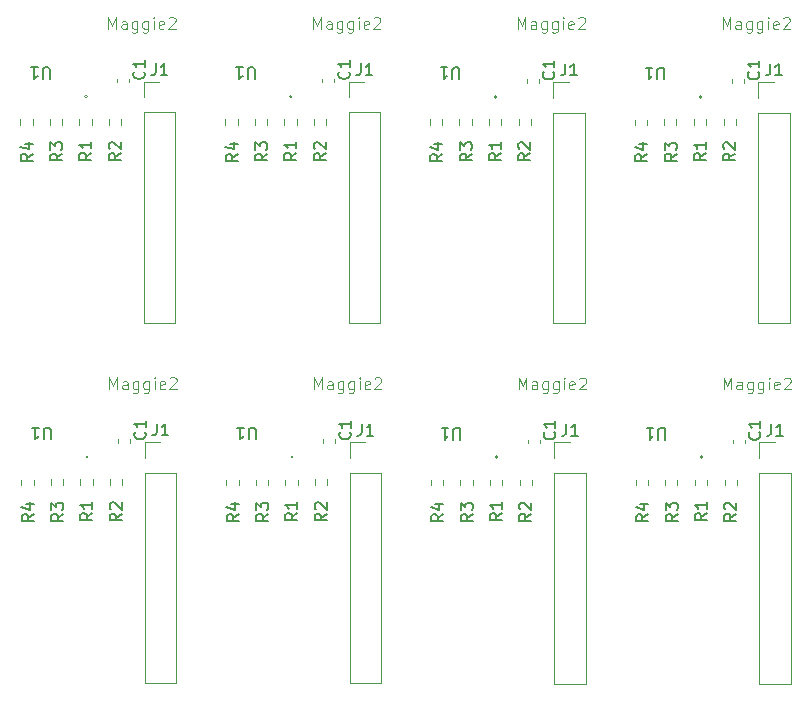
<source format=gbr>
%TF.GenerationSoftware,KiCad,Pcbnew,8.0.5*%
%TF.CreationDate,2024-10-22T20:22:57-07:00*%
%TF.ProjectId,door3_panel,646f6f72-335f-4706-916e-656c2e6b6963,rev?*%
%TF.SameCoordinates,Original*%
%TF.FileFunction,Legend,Top*%
%TF.FilePolarity,Positive*%
%FSLAX46Y46*%
G04 Gerber Fmt 4.6, Leading zero omitted, Abs format (unit mm)*
G04 Created by KiCad (PCBNEW 8.0.5) date 2024-10-22 20:22:57*
%MOMM*%
%LPD*%
G01*
G04 APERTURE LIST*
%ADD10C,0.100000*%
%ADD11C,0.150000*%
%ADD12C,0.120000*%
G04 APERTURE END LIST*
D10*
X71754718Y-51604265D02*
G75*
G02*
X71533810Y-51604265I-110454J0D01*
G01*
X71533810Y-51604265D02*
G75*
G02*
X71754718Y-51604265I110454J0D01*
G01*
X54400454Y-51600000D02*
G75*
G02*
X54179546Y-51600000I-110454J0D01*
G01*
X54179546Y-51600000D02*
G75*
G02*
X54400454Y-51600000I110454J0D01*
G01*
X37078982Y-51588530D02*
G75*
G02*
X36858074Y-51588530I-110454J0D01*
G01*
X36858074Y-51588530D02*
G75*
G02*
X37078982Y-51588530I110454J0D01*
G01*
X38842412Y-45850949D02*
X38842412Y-44850949D01*
X38842412Y-44850949D02*
X39175745Y-45565234D01*
X39175745Y-45565234D02*
X39509078Y-44850949D01*
X39509078Y-44850949D02*
X39509078Y-45850949D01*
X40413840Y-45850949D02*
X40413840Y-45327139D01*
X40413840Y-45327139D02*
X40366221Y-45231901D01*
X40366221Y-45231901D02*
X40270983Y-45184282D01*
X40270983Y-45184282D02*
X40080507Y-45184282D01*
X40080507Y-45184282D02*
X39985269Y-45231901D01*
X40413840Y-45803330D02*
X40318602Y-45850949D01*
X40318602Y-45850949D02*
X40080507Y-45850949D01*
X40080507Y-45850949D02*
X39985269Y-45803330D01*
X39985269Y-45803330D02*
X39937650Y-45708091D01*
X39937650Y-45708091D02*
X39937650Y-45612853D01*
X39937650Y-45612853D02*
X39985269Y-45517615D01*
X39985269Y-45517615D02*
X40080507Y-45469996D01*
X40080507Y-45469996D02*
X40318602Y-45469996D01*
X40318602Y-45469996D02*
X40413840Y-45422377D01*
X41318602Y-45184282D02*
X41318602Y-45993806D01*
X41318602Y-45993806D02*
X41270983Y-46089044D01*
X41270983Y-46089044D02*
X41223364Y-46136663D01*
X41223364Y-46136663D02*
X41128126Y-46184282D01*
X41128126Y-46184282D02*
X40985269Y-46184282D01*
X40985269Y-46184282D02*
X40890031Y-46136663D01*
X41318602Y-45803330D02*
X41223364Y-45850949D01*
X41223364Y-45850949D02*
X41032888Y-45850949D01*
X41032888Y-45850949D02*
X40937650Y-45803330D01*
X40937650Y-45803330D02*
X40890031Y-45755710D01*
X40890031Y-45755710D02*
X40842412Y-45660472D01*
X40842412Y-45660472D02*
X40842412Y-45374758D01*
X40842412Y-45374758D02*
X40890031Y-45279520D01*
X40890031Y-45279520D02*
X40937650Y-45231901D01*
X40937650Y-45231901D02*
X41032888Y-45184282D01*
X41032888Y-45184282D02*
X41223364Y-45184282D01*
X41223364Y-45184282D02*
X41318602Y-45231901D01*
X42223364Y-45184282D02*
X42223364Y-45993806D01*
X42223364Y-45993806D02*
X42175745Y-46089044D01*
X42175745Y-46089044D02*
X42128126Y-46136663D01*
X42128126Y-46136663D02*
X42032888Y-46184282D01*
X42032888Y-46184282D02*
X41890031Y-46184282D01*
X41890031Y-46184282D02*
X41794793Y-46136663D01*
X42223364Y-45803330D02*
X42128126Y-45850949D01*
X42128126Y-45850949D02*
X41937650Y-45850949D01*
X41937650Y-45850949D02*
X41842412Y-45803330D01*
X41842412Y-45803330D02*
X41794793Y-45755710D01*
X41794793Y-45755710D02*
X41747174Y-45660472D01*
X41747174Y-45660472D02*
X41747174Y-45374758D01*
X41747174Y-45374758D02*
X41794793Y-45279520D01*
X41794793Y-45279520D02*
X41842412Y-45231901D01*
X41842412Y-45231901D02*
X41937650Y-45184282D01*
X41937650Y-45184282D02*
X42128126Y-45184282D01*
X42128126Y-45184282D02*
X42223364Y-45231901D01*
X42699555Y-45850949D02*
X42699555Y-45184282D01*
X42699555Y-44850949D02*
X42651936Y-44898568D01*
X42651936Y-44898568D02*
X42699555Y-44946187D01*
X42699555Y-44946187D02*
X42747174Y-44898568D01*
X42747174Y-44898568D02*
X42699555Y-44850949D01*
X42699555Y-44850949D02*
X42699555Y-44946187D01*
X43556697Y-45803330D02*
X43461459Y-45850949D01*
X43461459Y-45850949D02*
X43270983Y-45850949D01*
X43270983Y-45850949D02*
X43175745Y-45803330D01*
X43175745Y-45803330D02*
X43128126Y-45708091D01*
X43128126Y-45708091D02*
X43128126Y-45327139D01*
X43128126Y-45327139D02*
X43175745Y-45231901D01*
X43175745Y-45231901D02*
X43270983Y-45184282D01*
X43270983Y-45184282D02*
X43461459Y-45184282D01*
X43461459Y-45184282D02*
X43556697Y-45231901D01*
X43556697Y-45231901D02*
X43604316Y-45327139D01*
X43604316Y-45327139D02*
X43604316Y-45422377D01*
X43604316Y-45422377D02*
X43128126Y-45517615D01*
X43985269Y-44946187D02*
X44032888Y-44898568D01*
X44032888Y-44898568D02*
X44128126Y-44850949D01*
X44128126Y-44850949D02*
X44366221Y-44850949D01*
X44366221Y-44850949D02*
X44461459Y-44898568D01*
X44461459Y-44898568D02*
X44509078Y-44946187D01*
X44509078Y-44946187D02*
X44556697Y-45041425D01*
X44556697Y-45041425D02*
X44556697Y-45136663D01*
X44556697Y-45136663D02*
X44509078Y-45279520D01*
X44509078Y-45279520D02*
X43937650Y-45850949D01*
X43937650Y-45850949D02*
X44556697Y-45850949D01*
X56163884Y-45862419D02*
X56163884Y-44862419D01*
X56163884Y-44862419D02*
X56497217Y-45576704D01*
X56497217Y-45576704D02*
X56830550Y-44862419D01*
X56830550Y-44862419D02*
X56830550Y-45862419D01*
X57735312Y-45862419D02*
X57735312Y-45338609D01*
X57735312Y-45338609D02*
X57687693Y-45243371D01*
X57687693Y-45243371D02*
X57592455Y-45195752D01*
X57592455Y-45195752D02*
X57401979Y-45195752D01*
X57401979Y-45195752D02*
X57306741Y-45243371D01*
X57735312Y-45814800D02*
X57640074Y-45862419D01*
X57640074Y-45862419D02*
X57401979Y-45862419D01*
X57401979Y-45862419D02*
X57306741Y-45814800D01*
X57306741Y-45814800D02*
X57259122Y-45719561D01*
X57259122Y-45719561D02*
X57259122Y-45624323D01*
X57259122Y-45624323D02*
X57306741Y-45529085D01*
X57306741Y-45529085D02*
X57401979Y-45481466D01*
X57401979Y-45481466D02*
X57640074Y-45481466D01*
X57640074Y-45481466D02*
X57735312Y-45433847D01*
X58640074Y-45195752D02*
X58640074Y-46005276D01*
X58640074Y-46005276D02*
X58592455Y-46100514D01*
X58592455Y-46100514D02*
X58544836Y-46148133D01*
X58544836Y-46148133D02*
X58449598Y-46195752D01*
X58449598Y-46195752D02*
X58306741Y-46195752D01*
X58306741Y-46195752D02*
X58211503Y-46148133D01*
X58640074Y-45814800D02*
X58544836Y-45862419D01*
X58544836Y-45862419D02*
X58354360Y-45862419D01*
X58354360Y-45862419D02*
X58259122Y-45814800D01*
X58259122Y-45814800D02*
X58211503Y-45767180D01*
X58211503Y-45767180D02*
X58163884Y-45671942D01*
X58163884Y-45671942D02*
X58163884Y-45386228D01*
X58163884Y-45386228D02*
X58211503Y-45290990D01*
X58211503Y-45290990D02*
X58259122Y-45243371D01*
X58259122Y-45243371D02*
X58354360Y-45195752D01*
X58354360Y-45195752D02*
X58544836Y-45195752D01*
X58544836Y-45195752D02*
X58640074Y-45243371D01*
X59544836Y-45195752D02*
X59544836Y-46005276D01*
X59544836Y-46005276D02*
X59497217Y-46100514D01*
X59497217Y-46100514D02*
X59449598Y-46148133D01*
X59449598Y-46148133D02*
X59354360Y-46195752D01*
X59354360Y-46195752D02*
X59211503Y-46195752D01*
X59211503Y-46195752D02*
X59116265Y-46148133D01*
X59544836Y-45814800D02*
X59449598Y-45862419D01*
X59449598Y-45862419D02*
X59259122Y-45862419D01*
X59259122Y-45862419D02*
X59163884Y-45814800D01*
X59163884Y-45814800D02*
X59116265Y-45767180D01*
X59116265Y-45767180D02*
X59068646Y-45671942D01*
X59068646Y-45671942D02*
X59068646Y-45386228D01*
X59068646Y-45386228D02*
X59116265Y-45290990D01*
X59116265Y-45290990D02*
X59163884Y-45243371D01*
X59163884Y-45243371D02*
X59259122Y-45195752D01*
X59259122Y-45195752D02*
X59449598Y-45195752D01*
X59449598Y-45195752D02*
X59544836Y-45243371D01*
X60021027Y-45862419D02*
X60021027Y-45195752D01*
X60021027Y-44862419D02*
X59973408Y-44910038D01*
X59973408Y-44910038D02*
X60021027Y-44957657D01*
X60021027Y-44957657D02*
X60068646Y-44910038D01*
X60068646Y-44910038D02*
X60021027Y-44862419D01*
X60021027Y-44862419D02*
X60021027Y-44957657D01*
X60878169Y-45814800D02*
X60782931Y-45862419D01*
X60782931Y-45862419D02*
X60592455Y-45862419D01*
X60592455Y-45862419D02*
X60497217Y-45814800D01*
X60497217Y-45814800D02*
X60449598Y-45719561D01*
X60449598Y-45719561D02*
X60449598Y-45338609D01*
X60449598Y-45338609D02*
X60497217Y-45243371D01*
X60497217Y-45243371D02*
X60592455Y-45195752D01*
X60592455Y-45195752D02*
X60782931Y-45195752D01*
X60782931Y-45195752D02*
X60878169Y-45243371D01*
X60878169Y-45243371D02*
X60925788Y-45338609D01*
X60925788Y-45338609D02*
X60925788Y-45433847D01*
X60925788Y-45433847D02*
X60449598Y-45529085D01*
X61306741Y-44957657D02*
X61354360Y-44910038D01*
X61354360Y-44910038D02*
X61449598Y-44862419D01*
X61449598Y-44862419D02*
X61687693Y-44862419D01*
X61687693Y-44862419D02*
X61782931Y-44910038D01*
X61782931Y-44910038D02*
X61830550Y-44957657D01*
X61830550Y-44957657D02*
X61878169Y-45052895D01*
X61878169Y-45052895D02*
X61878169Y-45148133D01*
X61878169Y-45148133D02*
X61830550Y-45290990D01*
X61830550Y-45290990D02*
X61259122Y-45862419D01*
X61259122Y-45862419D02*
X61878169Y-45862419D01*
X73518148Y-45866684D02*
X73518148Y-44866684D01*
X73518148Y-44866684D02*
X73851481Y-45580969D01*
X73851481Y-45580969D02*
X74184814Y-44866684D01*
X74184814Y-44866684D02*
X74184814Y-45866684D01*
X75089576Y-45866684D02*
X75089576Y-45342874D01*
X75089576Y-45342874D02*
X75041957Y-45247636D01*
X75041957Y-45247636D02*
X74946719Y-45200017D01*
X74946719Y-45200017D02*
X74756243Y-45200017D01*
X74756243Y-45200017D02*
X74661005Y-45247636D01*
X75089576Y-45819065D02*
X74994338Y-45866684D01*
X74994338Y-45866684D02*
X74756243Y-45866684D01*
X74756243Y-45866684D02*
X74661005Y-45819065D01*
X74661005Y-45819065D02*
X74613386Y-45723826D01*
X74613386Y-45723826D02*
X74613386Y-45628588D01*
X74613386Y-45628588D02*
X74661005Y-45533350D01*
X74661005Y-45533350D02*
X74756243Y-45485731D01*
X74756243Y-45485731D02*
X74994338Y-45485731D01*
X74994338Y-45485731D02*
X75089576Y-45438112D01*
X75994338Y-45200017D02*
X75994338Y-46009541D01*
X75994338Y-46009541D02*
X75946719Y-46104779D01*
X75946719Y-46104779D02*
X75899100Y-46152398D01*
X75899100Y-46152398D02*
X75803862Y-46200017D01*
X75803862Y-46200017D02*
X75661005Y-46200017D01*
X75661005Y-46200017D02*
X75565767Y-46152398D01*
X75994338Y-45819065D02*
X75899100Y-45866684D01*
X75899100Y-45866684D02*
X75708624Y-45866684D01*
X75708624Y-45866684D02*
X75613386Y-45819065D01*
X75613386Y-45819065D02*
X75565767Y-45771445D01*
X75565767Y-45771445D02*
X75518148Y-45676207D01*
X75518148Y-45676207D02*
X75518148Y-45390493D01*
X75518148Y-45390493D02*
X75565767Y-45295255D01*
X75565767Y-45295255D02*
X75613386Y-45247636D01*
X75613386Y-45247636D02*
X75708624Y-45200017D01*
X75708624Y-45200017D02*
X75899100Y-45200017D01*
X75899100Y-45200017D02*
X75994338Y-45247636D01*
X76899100Y-45200017D02*
X76899100Y-46009541D01*
X76899100Y-46009541D02*
X76851481Y-46104779D01*
X76851481Y-46104779D02*
X76803862Y-46152398D01*
X76803862Y-46152398D02*
X76708624Y-46200017D01*
X76708624Y-46200017D02*
X76565767Y-46200017D01*
X76565767Y-46200017D02*
X76470529Y-46152398D01*
X76899100Y-45819065D02*
X76803862Y-45866684D01*
X76803862Y-45866684D02*
X76613386Y-45866684D01*
X76613386Y-45866684D02*
X76518148Y-45819065D01*
X76518148Y-45819065D02*
X76470529Y-45771445D01*
X76470529Y-45771445D02*
X76422910Y-45676207D01*
X76422910Y-45676207D02*
X76422910Y-45390493D01*
X76422910Y-45390493D02*
X76470529Y-45295255D01*
X76470529Y-45295255D02*
X76518148Y-45247636D01*
X76518148Y-45247636D02*
X76613386Y-45200017D01*
X76613386Y-45200017D02*
X76803862Y-45200017D01*
X76803862Y-45200017D02*
X76899100Y-45247636D01*
X77375291Y-45866684D02*
X77375291Y-45200017D01*
X77375291Y-44866684D02*
X77327672Y-44914303D01*
X77327672Y-44914303D02*
X77375291Y-44961922D01*
X77375291Y-44961922D02*
X77422910Y-44914303D01*
X77422910Y-44914303D02*
X77375291Y-44866684D01*
X77375291Y-44866684D02*
X77375291Y-44961922D01*
X78232433Y-45819065D02*
X78137195Y-45866684D01*
X78137195Y-45866684D02*
X77946719Y-45866684D01*
X77946719Y-45866684D02*
X77851481Y-45819065D01*
X77851481Y-45819065D02*
X77803862Y-45723826D01*
X77803862Y-45723826D02*
X77803862Y-45342874D01*
X77803862Y-45342874D02*
X77851481Y-45247636D01*
X77851481Y-45247636D02*
X77946719Y-45200017D01*
X77946719Y-45200017D02*
X78137195Y-45200017D01*
X78137195Y-45200017D02*
X78232433Y-45247636D01*
X78232433Y-45247636D02*
X78280052Y-45342874D01*
X78280052Y-45342874D02*
X78280052Y-45438112D01*
X78280052Y-45438112D02*
X77803862Y-45533350D01*
X78661005Y-44961922D02*
X78708624Y-44914303D01*
X78708624Y-44914303D02*
X78803862Y-44866684D01*
X78803862Y-44866684D02*
X79041957Y-44866684D01*
X79041957Y-44866684D02*
X79137195Y-44914303D01*
X79137195Y-44914303D02*
X79184814Y-44961922D01*
X79184814Y-44961922D02*
X79232433Y-45057160D01*
X79232433Y-45057160D02*
X79232433Y-45152398D01*
X79232433Y-45152398D02*
X79184814Y-45295255D01*
X79184814Y-45295255D02*
X78613386Y-45866684D01*
X78613386Y-45866684D02*
X79232433Y-45866684D01*
X19724718Y-51584265D02*
G75*
G02*
X19503810Y-51584265I-110454J0D01*
G01*
X19503810Y-51584265D02*
G75*
G02*
X19724718Y-51584265I110454J0D01*
G01*
X21488148Y-45846684D02*
X21488148Y-44846684D01*
X21488148Y-44846684D02*
X21821481Y-45560969D01*
X21821481Y-45560969D02*
X22154814Y-44846684D01*
X22154814Y-44846684D02*
X22154814Y-45846684D01*
X23059576Y-45846684D02*
X23059576Y-45322874D01*
X23059576Y-45322874D02*
X23011957Y-45227636D01*
X23011957Y-45227636D02*
X22916719Y-45180017D01*
X22916719Y-45180017D02*
X22726243Y-45180017D01*
X22726243Y-45180017D02*
X22631005Y-45227636D01*
X23059576Y-45799065D02*
X22964338Y-45846684D01*
X22964338Y-45846684D02*
X22726243Y-45846684D01*
X22726243Y-45846684D02*
X22631005Y-45799065D01*
X22631005Y-45799065D02*
X22583386Y-45703826D01*
X22583386Y-45703826D02*
X22583386Y-45608588D01*
X22583386Y-45608588D02*
X22631005Y-45513350D01*
X22631005Y-45513350D02*
X22726243Y-45465731D01*
X22726243Y-45465731D02*
X22964338Y-45465731D01*
X22964338Y-45465731D02*
X23059576Y-45418112D01*
X23964338Y-45180017D02*
X23964338Y-45989541D01*
X23964338Y-45989541D02*
X23916719Y-46084779D01*
X23916719Y-46084779D02*
X23869100Y-46132398D01*
X23869100Y-46132398D02*
X23773862Y-46180017D01*
X23773862Y-46180017D02*
X23631005Y-46180017D01*
X23631005Y-46180017D02*
X23535767Y-46132398D01*
X23964338Y-45799065D02*
X23869100Y-45846684D01*
X23869100Y-45846684D02*
X23678624Y-45846684D01*
X23678624Y-45846684D02*
X23583386Y-45799065D01*
X23583386Y-45799065D02*
X23535767Y-45751445D01*
X23535767Y-45751445D02*
X23488148Y-45656207D01*
X23488148Y-45656207D02*
X23488148Y-45370493D01*
X23488148Y-45370493D02*
X23535767Y-45275255D01*
X23535767Y-45275255D02*
X23583386Y-45227636D01*
X23583386Y-45227636D02*
X23678624Y-45180017D01*
X23678624Y-45180017D02*
X23869100Y-45180017D01*
X23869100Y-45180017D02*
X23964338Y-45227636D01*
X24869100Y-45180017D02*
X24869100Y-45989541D01*
X24869100Y-45989541D02*
X24821481Y-46084779D01*
X24821481Y-46084779D02*
X24773862Y-46132398D01*
X24773862Y-46132398D02*
X24678624Y-46180017D01*
X24678624Y-46180017D02*
X24535767Y-46180017D01*
X24535767Y-46180017D02*
X24440529Y-46132398D01*
X24869100Y-45799065D02*
X24773862Y-45846684D01*
X24773862Y-45846684D02*
X24583386Y-45846684D01*
X24583386Y-45846684D02*
X24488148Y-45799065D01*
X24488148Y-45799065D02*
X24440529Y-45751445D01*
X24440529Y-45751445D02*
X24392910Y-45656207D01*
X24392910Y-45656207D02*
X24392910Y-45370493D01*
X24392910Y-45370493D02*
X24440529Y-45275255D01*
X24440529Y-45275255D02*
X24488148Y-45227636D01*
X24488148Y-45227636D02*
X24583386Y-45180017D01*
X24583386Y-45180017D02*
X24773862Y-45180017D01*
X24773862Y-45180017D02*
X24869100Y-45227636D01*
X25345291Y-45846684D02*
X25345291Y-45180017D01*
X25345291Y-44846684D02*
X25297672Y-44894303D01*
X25297672Y-44894303D02*
X25345291Y-44941922D01*
X25345291Y-44941922D02*
X25392910Y-44894303D01*
X25392910Y-44894303D02*
X25345291Y-44846684D01*
X25345291Y-44846684D02*
X25345291Y-44941922D01*
X26202433Y-45799065D02*
X26107195Y-45846684D01*
X26107195Y-45846684D02*
X25916719Y-45846684D01*
X25916719Y-45846684D02*
X25821481Y-45799065D01*
X25821481Y-45799065D02*
X25773862Y-45703826D01*
X25773862Y-45703826D02*
X25773862Y-45322874D01*
X25773862Y-45322874D02*
X25821481Y-45227636D01*
X25821481Y-45227636D02*
X25916719Y-45180017D01*
X25916719Y-45180017D02*
X26107195Y-45180017D01*
X26107195Y-45180017D02*
X26202433Y-45227636D01*
X26202433Y-45227636D02*
X26250052Y-45322874D01*
X26250052Y-45322874D02*
X26250052Y-45418112D01*
X26250052Y-45418112D02*
X25773862Y-45513350D01*
X26631005Y-44941922D02*
X26678624Y-44894303D01*
X26678624Y-44894303D02*
X26773862Y-44846684D01*
X26773862Y-44846684D02*
X27011957Y-44846684D01*
X27011957Y-44846684D02*
X27107195Y-44894303D01*
X27107195Y-44894303D02*
X27154814Y-44941922D01*
X27154814Y-44941922D02*
X27202433Y-45037160D01*
X27202433Y-45037160D02*
X27202433Y-45132398D01*
X27202433Y-45132398D02*
X27154814Y-45275255D01*
X27154814Y-45275255D02*
X26583386Y-45846684D01*
X26583386Y-45846684D02*
X27202433Y-45846684D01*
X71670454Y-21100000D02*
G75*
G02*
X71449546Y-21100000I-110454J0D01*
G01*
X71449546Y-21100000D02*
G75*
G02*
X71670454Y-21100000I110454J0D01*
G01*
X73433884Y-15362419D02*
X73433884Y-14362419D01*
X73433884Y-14362419D02*
X73767217Y-15076704D01*
X73767217Y-15076704D02*
X74100550Y-14362419D01*
X74100550Y-14362419D02*
X74100550Y-15362419D01*
X75005312Y-15362419D02*
X75005312Y-14838609D01*
X75005312Y-14838609D02*
X74957693Y-14743371D01*
X74957693Y-14743371D02*
X74862455Y-14695752D01*
X74862455Y-14695752D02*
X74671979Y-14695752D01*
X74671979Y-14695752D02*
X74576741Y-14743371D01*
X75005312Y-15314800D02*
X74910074Y-15362419D01*
X74910074Y-15362419D02*
X74671979Y-15362419D01*
X74671979Y-15362419D02*
X74576741Y-15314800D01*
X74576741Y-15314800D02*
X74529122Y-15219561D01*
X74529122Y-15219561D02*
X74529122Y-15124323D01*
X74529122Y-15124323D02*
X74576741Y-15029085D01*
X74576741Y-15029085D02*
X74671979Y-14981466D01*
X74671979Y-14981466D02*
X74910074Y-14981466D01*
X74910074Y-14981466D02*
X75005312Y-14933847D01*
X75910074Y-14695752D02*
X75910074Y-15505276D01*
X75910074Y-15505276D02*
X75862455Y-15600514D01*
X75862455Y-15600514D02*
X75814836Y-15648133D01*
X75814836Y-15648133D02*
X75719598Y-15695752D01*
X75719598Y-15695752D02*
X75576741Y-15695752D01*
X75576741Y-15695752D02*
X75481503Y-15648133D01*
X75910074Y-15314800D02*
X75814836Y-15362419D01*
X75814836Y-15362419D02*
X75624360Y-15362419D01*
X75624360Y-15362419D02*
X75529122Y-15314800D01*
X75529122Y-15314800D02*
X75481503Y-15267180D01*
X75481503Y-15267180D02*
X75433884Y-15171942D01*
X75433884Y-15171942D02*
X75433884Y-14886228D01*
X75433884Y-14886228D02*
X75481503Y-14790990D01*
X75481503Y-14790990D02*
X75529122Y-14743371D01*
X75529122Y-14743371D02*
X75624360Y-14695752D01*
X75624360Y-14695752D02*
X75814836Y-14695752D01*
X75814836Y-14695752D02*
X75910074Y-14743371D01*
X76814836Y-14695752D02*
X76814836Y-15505276D01*
X76814836Y-15505276D02*
X76767217Y-15600514D01*
X76767217Y-15600514D02*
X76719598Y-15648133D01*
X76719598Y-15648133D02*
X76624360Y-15695752D01*
X76624360Y-15695752D02*
X76481503Y-15695752D01*
X76481503Y-15695752D02*
X76386265Y-15648133D01*
X76814836Y-15314800D02*
X76719598Y-15362419D01*
X76719598Y-15362419D02*
X76529122Y-15362419D01*
X76529122Y-15362419D02*
X76433884Y-15314800D01*
X76433884Y-15314800D02*
X76386265Y-15267180D01*
X76386265Y-15267180D02*
X76338646Y-15171942D01*
X76338646Y-15171942D02*
X76338646Y-14886228D01*
X76338646Y-14886228D02*
X76386265Y-14790990D01*
X76386265Y-14790990D02*
X76433884Y-14743371D01*
X76433884Y-14743371D02*
X76529122Y-14695752D01*
X76529122Y-14695752D02*
X76719598Y-14695752D01*
X76719598Y-14695752D02*
X76814836Y-14743371D01*
X77291027Y-15362419D02*
X77291027Y-14695752D01*
X77291027Y-14362419D02*
X77243408Y-14410038D01*
X77243408Y-14410038D02*
X77291027Y-14457657D01*
X77291027Y-14457657D02*
X77338646Y-14410038D01*
X77338646Y-14410038D02*
X77291027Y-14362419D01*
X77291027Y-14362419D02*
X77291027Y-14457657D01*
X78148169Y-15314800D02*
X78052931Y-15362419D01*
X78052931Y-15362419D02*
X77862455Y-15362419D01*
X77862455Y-15362419D02*
X77767217Y-15314800D01*
X77767217Y-15314800D02*
X77719598Y-15219561D01*
X77719598Y-15219561D02*
X77719598Y-14838609D01*
X77719598Y-14838609D02*
X77767217Y-14743371D01*
X77767217Y-14743371D02*
X77862455Y-14695752D01*
X77862455Y-14695752D02*
X78052931Y-14695752D01*
X78052931Y-14695752D02*
X78148169Y-14743371D01*
X78148169Y-14743371D02*
X78195788Y-14838609D01*
X78195788Y-14838609D02*
X78195788Y-14933847D01*
X78195788Y-14933847D02*
X77719598Y-15029085D01*
X78576741Y-14457657D02*
X78624360Y-14410038D01*
X78624360Y-14410038D02*
X78719598Y-14362419D01*
X78719598Y-14362419D02*
X78957693Y-14362419D01*
X78957693Y-14362419D02*
X79052931Y-14410038D01*
X79052931Y-14410038D02*
X79100550Y-14457657D01*
X79100550Y-14457657D02*
X79148169Y-14552895D01*
X79148169Y-14552895D02*
X79148169Y-14648133D01*
X79148169Y-14648133D02*
X79100550Y-14790990D01*
X79100550Y-14790990D02*
X78529122Y-15362419D01*
X78529122Y-15362419D02*
X79148169Y-15362419D01*
X54316190Y-21095735D02*
G75*
G02*
X54095282Y-21095735I-110454J0D01*
G01*
X54095282Y-21095735D02*
G75*
G02*
X54316190Y-21095735I110454J0D01*
G01*
X56079620Y-15358154D02*
X56079620Y-14358154D01*
X56079620Y-14358154D02*
X56412953Y-15072439D01*
X56412953Y-15072439D02*
X56746286Y-14358154D01*
X56746286Y-14358154D02*
X56746286Y-15358154D01*
X57651048Y-15358154D02*
X57651048Y-14834344D01*
X57651048Y-14834344D02*
X57603429Y-14739106D01*
X57603429Y-14739106D02*
X57508191Y-14691487D01*
X57508191Y-14691487D02*
X57317715Y-14691487D01*
X57317715Y-14691487D02*
X57222477Y-14739106D01*
X57651048Y-15310535D02*
X57555810Y-15358154D01*
X57555810Y-15358154D02*
X57317715Y-15358154D01*
X57317715Y-15358154D02*
X57222477Y-15310535D01*
X57222477Y-15310535D02*
X57174858Y-15215296D01*
X57174858Y-15215296D02*
X57174858Y-15120058D01*
X57174858Y-15120058D02*
X57222477Y-15024820D01*
X57222477Y-15024820D02*
X57317715Y-14977201D01*
X57317715Y-14977201D02*
X57555810Y-14977201D01*
X57555810Y-14977201D02*
X57651048Y-14929582D01*
X58555810Y-14691487D02*
X58555810Y-15501011D01*
X58555810Y-15501011D02*
X58508191Y-15596249D01*
X58508191Y-15596249D02*
X58460572Y-15643868D01*
X58460572Y-15643868D02*
X58365334Y-15691487D01*
X58365334Y-15691487D02*
X58222477Y-15691487D01*
X58222477Y-15691487D02*
X58127239Y-15643868D01*
X58555810Y-15310535D02*
X58460572Y-15358154D01*
X58460572Y-15358154D02*
X58270096Y-15358154D01*
X58270096Y-15358154D02*
X58174858Y-15310535D01*
X58174858Y-15310535D02*
X58127239Y-15262915D01*
X58127239Y-15262915D02*
X58079620Y-15167677D01*
X58079620Y-15167677D02*
X58079620Y-14881963D01*
X58079620Y-14881963D02*
X58127239Y-14786725D01*
X58127239Y-14786725D02*
X58174858Y-14739106D01*
X58174858Y-14739106D02*
X58270096Y-14691487D01*
X58270096Y-14691487D02*
X58460572Y-14691487D01*
X58460572Y-14691487D02*
X58555810Y-14739106D01*
X59460572Y-14691487D02*
X59460572Y-15501011D01*
X59460572Y-15501011D02*
X59412953Y-15596249D01*
X59412953Y-15596249D02*
X59365334Y-15643868D01*
X59365334Y-15643868D02*
X59270096Y-15691487D01*
X59270096Y-15691487D02*
X59127239Y-15691487D01*
X59127239Y-15691487D02*
X59032001Y-15643868D01*
X59460572Y-15310535D02*
X59365334Y-15358154D01*
X59365334Y-15358154D02*
X59174858Y-15358154D01*
X59174858Y-15358154D02*
X59079620Y-15310535D01*
X59079620Y-15310535D02*
X59032001Y-15262915D01*
X59032001Y-15262915D02*
X58984382Y-15167677D01*
X58984382Y-15167677D02*
X58984382Y-14881963D01*
X58984382Y-14881963D02*
X59032001Y-14786725D01*
X59032001Y-14786725D02*
X59079620Y-14739106D01*
X59079620Y-14739106D02*
X59174858Y-14691487D01*
X59174858Y-14691487D02*
X59365334Y-14691487D01*
X59365334Y-14691487D02*
X59460572Y-14739106D01*
X59936763Y-15358154D02*
X59936763Y-14691487D01*
X59936763Y-14358154D02*
X59889144Y-14405773D01*
X59889144Y-14405773D02*
X59936763Y-14453392D01*
X59936763Y-14453392D02*
X59984382Y-14405773D01*
X59984382Y-14405773D02*
X59936763Y-14358154D01*
X59936763Y-14358154D02*
X59936763Y-14453392D01*
X60793905Y-15310535D02*
X60698667Y-15358154D01*
X60698667Y-15358154D02*
X60508191Y-15358154D01*
X60508191Y-15358154D02*
X60412953Y-15310535D01*
X60412953Y-15310535D02*
X60365334Y-15215296D01*
X60365334Y-15215296D02*
X60365334Y-14834344D01*
X60365334Y-14834344D02*
X60412953Y-14739106D01*
X60412953Y-14739106D02*
X60508191Y-14691487D01*
X60508191Y-14691487D02*
X60698667Y-14691487D01*
X60698667Y-14691487D02*
X60793905Y-14739106D01*
X60793905Y-14739106D02*
X60841524Y-14834344D01*
X60841524Y-14834344D02*
X60841524Y-14929582D01*
X60841524Y-14929582D02*
X60365334Y-15024820D01*
X61222477Y-14453392D02*
X61270096Y-14405773D01*
X61270096Y-14405773D02*
X61365334Y-14358154D01*
X61365334Y-14358154D02*
X61603429Y-14358154D01*
X61603429Y-14358154D02*
X61698667Y-14405773D01*
X61698667Y-14405773D02*
X61746286Y-14453392D01*
X61746286Y-14453392D02*
X61793905Y-14548630D01*
X61793905Y-14548630D02*
X61793905Y-14643868D01*
X61793905Y-14643868D02*
X61746286Y-14786725D01*
X61746286Y-14786725D02*
X61174858Y-15358154D01*
X61174858Y-15358154D02*
X61793905Y-15358154D01*
X36994718Y-21084265D02*
G75*
G02*
X36773810Y-21084265I-110454J0D01*
G01*
X36773810Y-21084265D02*
G75*
G02*
X36994718Y-21084265I110454J0D01*
G01*
X38758148Y-15346684D02*
X38758148Y-14346684D01*
X38758148Y-14346684D02*
X39091481Y-15060969D01*
X39091481Y-15060969D02*
X39424814Y-14346684D01*
X39424814Y-14346684D02*
X39424814Y-15346684D01*
X40329576Y-15346684D02*
X40329576Y-14822874D01*
X40329576Y-14822874D02*
X40281957Y-14727636D01*
X40281957Y-14727636D02*
X40186719Y-14680017D01*
X40186719Y-14680017D02*
X39996243Y-14680017D01*
X39996243Y-14680017D02*
X39901005Y-14727636D01*
X40329576Y-15299065D02*
X40234338Y-15346684D01*
X40234338Y-15346684D02*
X39996243Y-15346684D01*
X39996243Y-15346684D02*
X39901005Y-15299065D01*
X39901005Y-15299065D02*
X39853386Y-15203826D01*
X39853386Y-15203826D02*
X39853386Y-15108588D01*
X39853386Y-15108588D02*
X39901005Y-15013350D01*
X39901005Y-15013350D02*
X39996243Y-14965731D01*
X39996243Y-14965731D02*
X40234338Y-14965731D01*
X40234338Y-14965731D02*
X40329576Y-14918112D01*
X41234338Y-14680017D02*
X41234338Y-15489541D01*
X41234338Y-15489541D02*
X41186719Y-15584779D01*
X41186719Y-15584779D02*
X41139100Y-15632398D01*
X41139100Y-15632398D02*
X41043862Y-15680017D01*
X41043862Y-15680017D02*
X40901005Y-15680017D01*
X40901005Y-15680017D02*
X40805767Y-15632398D01*
X41234338Y-15299065D02*
X41139100Y-15346684D01*
X41139100Y-15346684D02*
X40948624Y-15346684D01*
X40948624Y-15346684D02*
X40853386Y-15299065D01*
X40853386Y-15299065D02*
X40805767Y-15251445D01*
X40805767Y-15251445D02*
X40758148Y-15156207D01*
X40758148Y-15156207D02*
X40758148Y-14870493D01*
X40758148Y-14870493D02*
X40805767Y-14775255D01*
X40805767Y-14775255D02*
X40853386Y-14727636D01*
X40853386Y-14727636D02*
X40948624Y-14680017D01*
X40948624Y-14680017D02*
X41139100Y-14680017D01*
X41139100Y-14680017D02*
X41234338Y-14727636D01*
X42139100Y-14680017D02*
X42139100Y-15489541D01*
X42139100Y-15489541D02*
X42091481Y-15584779D01*
X42091481Y-15584779D02*
X42043862Y-15632398D01*
X42043862Y-15632398D02*
X41948624Y-15680017D01*
X41948624Y-15680017D02*
X41805767Y-15680017D01*
X41805767Y-15680017D02*
X41710529Y-15632398D01*
X42139100Y-15299065D02*
X42043862Y-15346684D01*
X42043862Y-15346684D02*
X41853386Y-15346684D01*
X41853386Y-15346684D02*
X41758148Y-15299065D01*
X41758148Y-15299065D02*
X41710529Y-15251445D01*
X41710529Y-15251445D02*
X41662910Y-15156207D01*
X41662910Y-15156207D02*
X41662910Y-14870493D01*
X41662910Y-14870493D02*
X41710529Y-14775255D01*
X41710529Y-14775255D02*
X41758148Y-14727636D01*
X41758148Y-14727636D02*
X41853386Y-14680017D01*
X41853386Y-14680017D02*
X42043862Y-14680017D01*
X42043862Y-14680017D02*
X42139100Y-14727636D01*
X42615291Y-15346684D02*
X42615291Y-14680017D01*
X42615291Y-14346684D02*
X42567672Y-14394303D01*
X42567672Y-14394303D02*
X42615291Y-14441922D01*
X42615291Y-14441922D02*
X42662910Y-14394303D01*
X42662910Y-14394303D02*
X42615291Y-14346684D01*
X42615291Y-14346684D02*
X42615291Y-14441922D01*
X43472433Y-15299065D02*
X43377195Y-15346684D01*
X43377195Y-15346684D02*
X43186719Y-15346684D01*
X43186719Y-15346684D02*
X43091481Y-15299065D01*
X43091481Y-15299065D02*
X43043862Y-15203826D01*
X43043862Y-15203826D02*
X43043862Y-14822874D01*
X43043862Y-14822874D02*
X43091481Y-14727636D01*
X43091481Y-14727636D02*
X43186719Y-14680017D01*
X43186719Y-14680017D02*
X43377195Y-14680017D01*
X43377195Y-14680017D02*
X43472433Y-14727636D01*
X43472433Y-14727636D02*
X43520052Y-14822874D01*
X43520052Y-14822874D02*
X43520052Y-14918112D01*
X43520052Y-14918112D02*
X43043862Y-15013350D01*
X43901005Y-14441922D02*
X43948624Y-14394303D01*
X43948624Y-14394303D02*
X44043862Y-14346684D01*
X44043862Y-14346684D02*
X44281957Y-14346684D01*
X44281957Y-14346684D02*
X44377195Y-14394303D01*
X44377195Y-14394303D02*
X44424814Y-14441922D01*
X44424814Y-14441922D02*
X44472433Y-14537160D01*
X44472433Y-14537160D02*
X44472433Y-14632398D01*
X44472433Y-14632398D02*
X44424814Y-14775255D01*
X44424814Y-14775255D02*
X43853386Y-15346684D01*
X43853386Y-15346684D02*
X44472433Y-15346684D01*
X19640454Y-21080000D02*
G75*
G02*
X19419546Y-21080000I-110454J0D01*
G01*
X19419546Y-21080000D02*
G75*
G02*
X19640454Y-21080000I110454J0D01*
G01*
X21403884Y-15342419D02*
X21403884Y-14342419D01*
X21403884Y-14342419D02*
X21737217Y-15056704D01*
X21737217Y-15056704D02*
X22070550Y-14342419D01*
X22070550Y-14342419D02*
X22070550Y-15342419D01*
X22975312Y-15342419D02*
X22975312Y-14818609D01*
X22975312Y-14818609D02*
X22927693Y-14723371D01*
X22927693Y-14723371D02*
X22832455Y-14675752D01*
X22832455Y-14675752D02*
X22641979Y-14675752D01*
X22641979Y-14675752D02*
X22546741Y-14723371D01*
X22975312Y-15294800D02*
X22880074Y-15342419D01*
X22880074Y-15342419D02*
X22641979Y-15342419D01*
X22641979Y-15342419D02*
X22546741Y-15294800D01*
X22546741Y-15294800D02*
X22499122Y-15199561D01*
X22499122Y-15199561D02*
X22499122Y-15104323D01*
X22499122Y-15104323D02*
X22546741Y-15009085D01*
X22546741Y-15009085D02*
X22641979Y-14961466D01*
X22641979Y-14961466D02*
X22880074Y-14961466D01*
X22880074Y-14961466D02*
X22975312Y-14913847D01*
X23880074Y-14675752D02*
X23880074Y-15485276D01*
X23880074Y-15485276D02*
X23832455Y-15580514D01*
X23832455Y-15580514D02*
X23784836Y-15628133D01*
X23784836Y-15628133D02*
X23689598Y-15675752D01*
X23689598Y-15675752D02*
X23546741Y-15675752D01*
X23546741Y-15675752D02*
X23451503Y-15628133D01*
X23880074Y-15294800D02*
X23784836Y-15342419D01*
X23784836Y-15342419D02*
X23594360Y-15342419D01*
X23594360Y-15342419D02*
X23499122Y-15294800D01*
X23499122Y-15294800D02*
X23451503Y-15247180D01*
X23451503Y-15247180D02*
X23403884Y-15151942D01*
X23403884Y-15151942D02*
X23403884Y-14866228D01*
X23403884Y-14866228D02*
X23451503Y-14770990D01*
X23451503Y-14770990D02*
X23499122Y-14723371D01*
X23499122Y-14723371D02*
X23594360Y-14675752D01*
X23594360Y-14675752D02*
X23784836Y-14675752D01*
X23784836Y-14675752D02*
X23880074Y-14723371D01*
X24784836Y-14675752D02*
X24784836Y-15485276D01*
X24784836Y-15485276D02*
X24737217Y-15580514D01*
X24737217Y-15580514D02*
X24689598Y-15628133D01*
X24689598Y-15628133D02*
X24594360Y-15675752D01*
X24594360Y-15675752D02*
X24451503Y-15675752D01*
X24451503Y-15675752D02*
X24356265Y-15628133D01*
X24784836Y-15294800D02*
X24689598Y-15342419D01*
X24689598Y-15342419D02*
X24499122Y-15342419D01*
X24499122Y-15342419D02*
X24403884Y-15294800D01*
X24403884Y-15294800D02*
X24356265Y-15247180D01*
X24356265Y-15247180D02*
X24308646Y-15151942D01*
X24308646Y-15151942D02*
X24308646Y-14866228D01*
X24308646Y-14866228D02*
X24356265Y-14770990D01*
X24356265Y-14770990D02*
X24403884Y-14723371D01*
X24403884Y-14723371D02*
X24499122Y-14675752D01*
X24499122Y-14675752D02*
X24689598Y-14675752D01*
X24689598Y-14675752D02*
X24784836Y-14723371D01*
X25261027Y-15342419D02*
X25261027Y-14675752D01*
X25261027Y-14342419D02*
X25213408Y-14390038D01*
X25213408Y-14390038D02*
X25261027Y-14437657D01*
X25261027Y-14437657D02*
X25308646Y-14390038D01*
X25308646Y-14390038D02*
X25261027Y-14342419D01*
X25261027Y-14342419D02*
X25261027Y-14437657D01*
X26118169Y-15294800D02*
X26022931Y-15342419D01*
X26022931Y-15342419D02*
X25832455Y-15342419D01*
X25832455Y-15342419D02*
X25737217Y-15294800D01*
X25737217Y-15294800D02*
X25689598Y-15199561D01*
X25689598Y-15199561D02*
X25689598Y-14818609D01*
X25689598Y-14818609D02*
X25737217Y-14723371D01*
X25737217Y-14723371D02*
X25832455Y-14675752D01*
X25832455Y-14675752D02*
X26022931Y-14675752D01*
X26022931Y-14675752D02*
X26118169Y-14723371D01*
X26118169Y-14723371D02*
X26165788Y-14818609D01*
X26165788Y-14818609D02*
X26165788Y-14913847D01*
X26165788Y-14913847D02*
X25689598Y-15009085D01*
X26546741Y-14437657D02*
X26594360Y-14390038D01*
X26594360Y-14390038D02*
X26689598Y-14342419D01*
X26689598Y-14342419D02*
X26927693Y-14342419D01*
X26927693Y-14342419D02*
X27022931Y-14390038D01*
X27022931Y-14390038D02*
X27070550Y-14437657D01*
X27070550Y-14437657D02*
X27118169Y-14532895D01*
X27118169Y-14532895D02*
X27118169Y-14628133D01*
X27118169Y-14628133D02*
X27070550Y-14770990D01*
X27070550Y-14770990D02*
X26499122Y-15342419D01*
X26499122Y-15342419D02*
X27118169Y-15342419D01*
D11*
X15099083Y-56430931D02*
X14622892Y-56764264D01*
X15099083Y-57002359D02*
X14099083Y-57002359D01*
X14099083Y-57002359D02*
X14099083Y-56621407D01*
X14099083Y-56621407D02*
X14146702Y-56526169D01*
X14146702Y-56526169D02*
X14194321Y-56478550D01*
X14194321Y-56478550D02*
X14289559Y-56430931D01*
X14289559Y-56430931D02*
X14432416Y-56430931D01*
X14432416Y-56430931D02*
X14527654Y-56478550D01*
X14527654Y-56478550D02*
X14575273Y-56526169D01*
X14575273Y-56526169D02*
X14622892Y-56621407D01*
X14622892Y-56621407D02*
X14622892Y-57002359D01*
X14432416Y-55573788D02*
X15099083Y-55573788D01*
X14051464Y-55811883D02*
X14765749Y-56049978D01*
X14765749Y-56049978D02*
X14765749Y-55430931D01*
X24513844Y-49470931D02*
X24561464Y-49518550D01*
X24561464Y-49518550D02*
X24609083Y-49661407D01*
X24609083Y-49661407D02*
X24609083Y-49756645D01*
X24609083Y-49756645D02*
X24561464Y-49899502D01*
X24561464Y-49899502D02*
X24466225Y-49994740D01*
X24466225Y-49994740D02*
X24370987Y-50042359D01*
X24370987Y-50042359D02*
X24180511Y-50089978D01*
X24180511Y-50089978D02*
X24037654Y-50089978D01*
X24037654Y-50089978D02*
X23847178Y-50042359D01*
X23847178Y-50042359D02*
X23751940Y-49994740D01*
X23751940Y-49994740D02*
X23656702Y-49899502D01*
X23656702Y-49899502D02*
X23609083Y-49756645D01*
X23609083Y-49756645D02*
X23609083Y-49661407D01*
X23609083Y-49661407D02*
X23656702Y-49518550D01*
X23656702Y-49518550D02*
X23704321Y-49470931D01*
X24609083Y-48518550D02*
X24609083Y-49089978D01*
X24609083Y-48804264D02*
X23609083Y-48804264D01*
X23609083Y-48804264D02*
X23751940Y-48899502D01*
X23751940Y-48899502D02*
X23847178Y-48994740D01*
X23847178Y-48994740D02*
X23894797Y-49089978D01*
X17609083Y-56400931D02*
X17132892Y-56734264D01*
X17609083Y-56972359D02*
X16609083Y-56972359D01*
X16609083Y-56972359D02*
X16609083Y-56591407D01*
X16609083Y-56591407D02*
X16656702Y-56496169D01*
X16656702Y-56496169D02*
X16704321Y-56448550D01*
X16704321Y-56448550D02*
X16799559Y-56400931D01*
X16799559Y-56400931D02*
X16942416Y-56400931D01*
X16942416Y-56400931D02*
X17037654Y-56448550D01*
X17037654Y-56448550D02*
X17085273Y-56496169D01*
X17085273Y-56496169D02*
X17132892Y-56591407D01*
X17132892Y-56591407D02*
X17132892Y-56972359D01*
X16609083Y-56067597D02*
X16609083Y-55448550D01*
X16609083Y-55448550D02*
X16990035Y-55781883D01*
X16990035Y-55781883D02*
X16990035Y-55639026D01*
X16990035Y-55639026D02*
X17037654Y-55543788D01*
X17037654Y-55543788D02*
X17085273Y-55496169D01*
X17085273Y-55496169D02*
X17180511Y-55448550D01*
X17180511Y-55448550D02*
X17418606Y-55448550D01*
X17418606Y-55448550D02*
X17513844Y-55496169D01*
X17513844Y-55496169D02*
X17561464Y-55543788D01*
X17561464Y-55543788D02*
X17609083Y-55639026D01*
X17609083Y-55639026D02*
X17609083Y-55924740D01*
X17609083Y-55924740D02*
X17561464Y-56019978D01*
X17561464Y-56019978D02*
X17513844Y-56067597D01*
X16546168Y-50099445D02*
X16546168Y-49289922D01*
X16546168Y-49289922D02*
X16498549Y-49194684D01*
X16498549Y-49194684D02*
X16450930Y-49147065D01*
X16450930Y-49147065D02*
X16355692Y-49099445D01*
X16355692Y-49099445D02*
X16165216Y-49099445D01*
X16165216Y-49099445D02*
X16069978Y-49147065D01*
X16069978Y-49147065D02*
X16022359Y-49194684D01*
X16022359Y-49194684D02*
X15974740Y-49289922D01*
X15974740Y-49289922D02*
X15974740Y-50099445D01*
X14974740Y-49099445D02*
X15546168Y-49099445D01*
X15260454Y-49099445D02*
X15260454Y-50099445D01*
X15260454Y-50099445D02*
X15355692Y-49956588D01*
X15355692Y-49956588D02*
X15450930Y-49861350D01*
X15450930Y-49861350D02*
X15546168Y-49813731D01*
X20059083Y-56340931D02*
X19582892Y-56674264D01*
X20059083Y-56912359D02*
X19059083Y-56912359D01*
X19059083Y-56912359D02*
X19059083Y-56531407D01*
X19059083Y-56531407D02*
X19106702Y-56436169D01*
X19106702Y-56436169D02*
X19154321Y-56388550D01*
X19154321Y-56388550D02*
X19249559Y-56340931D01*
X19249559Y-56340931D02*
X19392416Y-56340931D01*
X19392416Y-56340931D02*
X19487654Y-56388550D01*
X19487654Y-56388550D02*
X19535273Y-56436169D01*
X19535273Y-56436169D02*
X19582892Y-56531407D01*
X19582892Y-56531407D02*
X19582892Y-56912359D01*
X20059083Y-55388550D02*
X20059083Y-55959978D01*
X20059083Y-55674264D02*
X19059083Y-55674264D01*
X19059083Y-55674264D02*
X19201940Y-55769502D01*
X19201940Y-55769502D02*
X19297178Y-55864740D01*
X19297178Y-55864740D02*
X19344797Y-55959978D01*
X69639083Y-56420931D02*
X69162892Y-56754264D01*
X69639083Y-56992359D02*
X68639083Y-56992359D01*
X68639083Y-56992359D02*
X68639083Y-56611407D01*
X68639083Y-56611407D02*
X68686702Y-56516169D01*
X68686702Y-56516169D02*
X68734321Y-56468550D01*
X68734321Y-56468550D02*
X68829559Y-56420931D01*
X68829559Y-56420931D02*
X68972416Y-56420931D01*
X68972416Y-56420931D02*
X69067654Y-56468550D01*
X69067654Y-56468550D02*
X69115273Y-56516169D01*
X69115273Y-56516169D02*
X69162892Y-56611407D01*
X69162892Y-56611407D02*
X69162892Y-56992359D01*
X68639083Y-56087597D02*
X68639083Y-55468550D01*
X68639083Y-55468550D02*
X69020035Y-55801883D01*
X69020035Y-55801883D02*
X69020035Y-55659026D01*
X69020035Y-55659026D02*
X69067654Y-55563788D01*
X69067654Y-55563788D02*
X69115273Y-55516169D01*
X69115273Y-55516169D02*
X69210511Y-55468550D01*
X69210511Y-55468550D02*
X69448606Y-55468550D01*
X69448606Y-55468550D02*
X69543844Y-55516169D01*
X69543844Y-55516169D02*
X69591464Y-55563788D01*
X69591464Y-55563788D02*
X69639083Y-55659026D01*
X69639083Y-55659026D02*
X69639083Y-55944740D01*
X69639083Y-55944740D02*
X69591464Y-56039978D01*
X69591464Y-56039978D02*
X69543844Y-56087597D01*
X54734819Y-56356666D02*
X54258628Y-56689999D01*
X54734819Y-56928094D02*
X53734819Y-56928094D01*
X53734819Y-56928094D02*
X53734819Y-56547142D01*
X53734819Y-56547142D02*
X53782438Y-56451904D01*
X53782438Y-56451904D02*
X53830057Y-56404285D01*
X53830057Y-56404285D02*
X53925295Y-56356666D01*
X53925295Y-56356666D02*
X54068152Y-56356666D01*
X54068152Y-56356666D02*
X54163390Y-56404285D01*
X54163390Y-56404285D02*
X54211009Y-56451904D01*
X54211009Y-56451904D02*
X54258628Y-56547142D01*
X54258628Y-56547142D02*
X54258628Y-56928094D01*
X54734819Y-55404285D02*
X54734819Y-55975713D01*
X54734819Y-55689999D02*
X53734819Y-55689999D01*
X53734819Y-55689999D02*
X53877676Y-55785237D01*
X53877676Y-55785237D02*
X53972914Y-55880475D01*
X53972914Y-55880475D02*
X54020533Y-55975713D01*
X52284819Y-56416666D02*
X51808628Y-56749999D01*
X52284819Y-56988094D02*
X51284819Y-56988094D01*
X51284819Y-56988094D02*
X51284819Y-56607142D01*
X51284819Y-56607142D02*
X51332438Y-56511904D01*
X51332438Y-56511904D02*
X51380057Y-56464285D01*
X51380057Y-56464285D02*
X51475295Y-56416666D01*
X51475295Y-56416666D02*
X51618152Y-56416666D01*
X51618152Y-56416666D02*
X51713390Y-56464285D01*
X51713390Y-56464285D02*
X51761009Y-56511904D01*
X51761009Y-56511904D02*
X51808628Y-56607142D01*
X51808628Y-56607142D02*
X51808628Y-56988094D01*
X51284819Y-56083332D02*
X51284819Y-55464285D01*
X51284819Y-55464285D02*
X51665771Y-55797618D01*
X51665771Y-55797618D02*
X51665771Y-55654761D01*
X51665771Y-55654761D02*
X51713390Y-55559523D01*
X51713390Y-55559523D02*
X51761009Y-55511904D01*
X51761009Y-55511904D02*
X51856247Y-55464285D01*
X51856247Y-55464285D02*
X52094342Y-55464285D01*
X52094342Y-55464285D02*
X52189580Y-55511904D01*
X52189580Y-55511904D02*
X52237200Y-55559523D01*
X52237200Y-55559523D02*
X52284819Y-55654761D01*
X52284819Y-55654761D02*
X52284819Y-55940475D01*
X52284819Y-55940475D02*
X52237200Y-56035713D01*
X52237200Y-56035713D02*
X52189580Y-56083332D01*
X76543844Y-49490931D02*
X76591464Y-49538550D01*
X76591464Y-49538550D02*
X76639083Y-49681407D01*
X76639083Y-49681407D02*
X76639083Y-49776645D01*
X76639083Y-49776645D02*
X76591464Y-49919502D01*
X76591464Y-49919502D02*
X76496225Y-50014740D01*
X76496225Y-50014740D02*
X76400987Y-50062359D01*
X76400987Y-50062359D02*
X76210511Y-50109978D01*
X76210511Y-50109978D02*
X76067654Y-50109978D01*
X76067654Y-50109978D02*
X75877178Y-50062359D01*
X75877178Y-50062359D02*
X75781940Y-50014740D01*
X75781940Y-50014740D02*
X75686702Y-49919502D01*
X75686702Y-49919502D02*
X75639083Y-49776645D01*
X75639083Y-49776645D02*
X75639083Y-49681407D01*
X75639083Y-49681407D02*
X75686702Y-49538550D01*
X75686702Y-49538550D02*
X75734321Y-49490931D01*
X76639083Y-48538550D02*
X76639083Y-49109978D01*
X76639083Y-48824264D02*
X75639083Y-48824264D01*
X75639083Y-48824264D02*
X75781940Y-48919502D01*
X75781940Y-48919502D02*
X75877178Y-49014740D01*
X75877178Y-49014740D02*
X75924797Y-49109978D01*
X59189580Y-49486666D02*
X59237200Y-49534285D01*
X59237200Y-49534285D02*
X59284819Y-49677142D01*
X59284819Y-49677142D02*
X59284819Y-49772380D01*
X59284819Y-49772380D02*
X59237200Y-49915237D01*
X59237200Y-49915237D02*
X59141961Y-50010475D01*
X59141961Y-50010475D02*
X59046723Y-50058094D01*
X59046723Y-50058094D02*
X58856247Y-50105713D01*
X58856247Y-50105713D02*
X58713390Y-50105713D01*
X58713390Y-50105713D02*
X58522914Y-50058094D01*
X58522914Y-50058094D02*
X58427676Y-50010475D01*
X58427676Y-50010475D02*
X58332438Y-49915237D01*
X58332438Y-49915237D02*
X58284819Y-49772380D01*
X58284819Y-49772380D02*
X58284819Y-49677142D01*
X58284819Y-49677142D02*
X58332438Y-49534285D01*
X58332438Y-49534285D02*
X58380057Y-49486666D01*
X59284819Y-48534285D02*
X59284819Y-49105713D01*
X59284819Y-48819999D02*
X58284819Y-48819999D01*
X58284819Y-48819999D02*
X58427676Y-48915237D01*
X58427676Y-48915237D02*
X58522914Y-49010475D01*
X58522914Y-49010475D02*
X58570533Y-49105713D01*
X49774819Y-56446666D02*
X49298628Y-56779999D01*
X49774819Y-57018094D02*
X48774819Y-57018094D01*
X48774819Y-57018094D02*
X48774819Y-56637142D01*
X48774819Y-56637142D02*
X48822438Y-56541904D01*
X48822438Y-56541904D02*
X48870057Y-56494285D01*
X48870057Y-56494285D02*
X48965295Y-56446666D01*
X48965295Y-56446666D02*
X49108152Y-56446666D01*
X49108152Y-56446666D02*
X49203390Y-56494285D01*
X49203390Y-56494285D02*
X49251009Y-56541904D01*
X49251009Y-56541904D02*
X49298628Y-56637142D01*
X49298628Y-56637142D02*
X49298628Y-57018094D01*
X49108152Y-55589523D02*
X49774819Y-55589523D01*
X48727200Y-55827618D02*
X49441485Y-56065713D01*
X49441485Y-56065713D02*
X49441485Y-55446666D01*
X51221904Y-50115180D02*
X51221904Y-49305657D01*
X51221904Y-49305657D02*
X51174285Y-49210419D01*
X51174285Y-49210419D02*
X51126666Y-49162800D01*
X51126666Y-49162800D02*
X51031428Y-49115180D01*
X51031428Y-49115180D02*
X50840952Y-49115180D01*
X50840952Y-49115180D02*
X50745714Y-49162800D01*
X50745714Y-49162800D02*
X50698095Y-49210419D01*
X50698095Y-49210419D02*
X50650476Y-49305657D01*
X50650476Y-49305657D02*
X50650476Y-50115180D01*
X49650476Y-49115180D02*
X50221904Y-49115180D01*
X49936190Y-49115180D02*
X49936190Y-50115180D01*
X49936190Y-50115180D02*
X50031428Y-49972323D01*
X50031428Y-49972323D02*
X50126666Y-49877085D01*
X50126666Y-49877085D02*
X50221904Y-49829466D01*
X57224819Y-56396666D02*
X56748628Y-56729999D01*
X57224819Y-56968094D02*
X56224819Y-56968094D01*
X56224819Y-56968094D02*
X56224819Y-56587142D01*
X56224819Y-56587142D02*
X56272438Y-56491904D01*
X56272438Y-56491904D02*
X56320057Y-56444285D01*
X56320057Y-56444285D02*
X56415295Y-56396666D01*
X56415295Y-56396666D02*
X56558152Y-56396666D01*
X56558152Y-56396666D02*
X56653390Y-56444285D01*
X56653390Y-56444285D02*
X56701009Y-56491904D01*
X56701009Y-56491904D02*
X56748628Y-56587142D01*
X56748628Y-56587142D02*
X56748628Y-56968094D01*
X56320057Y-56015713D02*
X56272438Y-55968094D01*
X56272438Y-55968094D02*
X56224819Y-55872856D01*
X56224819Y-55872856D02*
X56224819Y-55634761D01*
X56224819Y-55634761D02*
X56272438Y-55539523D01*
X56272438Y-55539523D02*
X56320057Y-55491904D01*
X56320057Y-55491904D02*
X56415295Y-55444285D01*
X56415295Y-55444285D02*
X56510533Y-55444285D01*
X56510533Y-55444285D02*
X56653390Y-55491904D01*
X56653390Y-55491904D02*
X57224819Y-56063332D01*
X57224819Y-56063332D02*
X57224819Y-55444285D01*
X68576168Y-50119445D02*
X68576168Y-49309922D01*
X68576168Y-49309922D02*
X68528549Y-49214684D01*
X68528549Y-49214684D02*
X68480930Y-49167065D01*
X68480930Y-49167065D02*
X68385692Y-49119445D01*
X68385692Y-49119445D02*
X68195216Y-49119445D01*
X68195216Y-49119445D02*
X68099978Y-49167065D01*
X68099978Y-49167065D02*
X68052359Y-49214684D01*
X68052359Y-49214684D02*
X68004740Y-49309922D01*
X68004740Y-49309922D02*
X68004740Y-50119445D01*
X67004740Y-49119445D02*
X67576168Y-49119445D01*
X67290454Y-49119445D02*
X67290454Y-50119445D01*
X67290454Y-50119445D02*
X67385692Y-49976588D01*
X67385692Y-49976588D02*
X67480930Y-49881350D01*
X67480930Y-49881350D02*
X67576168Y-49833731D01*
X60186666Y-48784819D02*
X60186666Y-49499104D01*
X60186666Y-49499104D02*
X60139047Y-49641961D01*
X60139047Y-49641961D02*
X60043809Y-49737200D01*
X60043809Y-49737200D02*
X59900952Y-49784819D01*
X59900952Y-49784819D02*
X59805714Y-49784819D01*
X61186666Y-49784819D02*
X60615238Y-49784819D01*
X60900952Y-49784819D02*
X60900952Y-48784819D01*
X60900952Y-48784819D02*
X60805714Y-48927676D01*
X60805714Y-48927676D02*
X60710476Y-49022914D01*
X60710476Y-49022914D02*
X60615238Y-49070533D01*
X41868108Y-49475196D02*
X41915728Y-49522815D01*
X41915728Y-49522815D02*
X41963347Y-49665672D01*
X41963347Y-49665672D02*
X41963347Y-49760910D01*
X41963347Y-49760910D02*
X41915728Y-49903767D01*
X41915728Y-49903767D02*
X41820489Y-49999005D01*
X41820489Y-49999005D02*
X41725251Y-50046624D01*
X41725251Y-50046624D02*
X41534775Y-50094243D01*
X41534775Y-50094243D02*
X41391918Y-50094243D01*
X41391918Y-50094243D02*
X41201442Y-50046624D01*
X41201442Y-50046624D02*
X41106204Y-49999005D01*
X41106204Y-49999005D02*
X41010966Y-49903767D01*
X41010966Y-49903767D02*
X40963347Y-49760910D01*
X40963347Y-49760910D02*
X40963347Y-49665672D01*
X40963347Y-49665672D02*
X41010966Y-49522815D01*
X41010966Y-49522815D02*
X41058585Y-49475196D01*
X41963347Y-48522815D02*
X41963347Y-49094243D01*
X41963347Y-48808529D02*
X40963347Y-48808529D01*
X40963347Y-48808529D02*
X41106204Y-48903767D01*
X41106204Y-48903767D02*
X41201442Y-48999005D01*
X41201442Y-48999005D02*
X41249061Y-49094243D01*
X34963347Y-56405196D02*
X34487156Y-56738529D01*
X34963347Y-56976624D02*
X33963347Y-56976624D01*
X33963347Y-56976624D02*
X33963347Y-56595672D01*
X33963347Y-56595672D02*
X34010966Y-56500434D01*
X34010966Y-56500434D02*
X34058585Y-56452815D01*
X34058585Y-56452815D02*
X34153823Y-56405196D01*
X34153823Y-56405196D02*
X34296680Y-56405196D01*
X34296680Y-56405196D02*
X34391918Y-56452815D01*
X34391918Y-56452815D02*
X34439537Y-56500434D01*
X34439537Y-56500434D02*
X34487156Y-56595672D01*
X34487156Y-56595672D02*
X34487156Y-56976624D01*
X33963347Y-56071862D02*
X33963347Y-55452815D01*
X33963347Y-55452815D02*
X34344299Y-55786148D01*
X34344299Y-55786148D02*
X34344299Y-55643291D01*
X34344299Y-55643291D02*
X34391918Y-55548053D01*
X34391918Y-55548053D02*
X34439537Y-55500434D01*
X34439537Y-55500434D02*
X34534775Y-55452815D01*
X34534775Y-55452815D02*
X34772870Y-55452815D01*
X34772870Y-55452815D02*
X34868108Y-55500434D01*
X34868108Y-55500434D02*
X34915728Y-55548053D01*
X34915728Y-55548053D02*
X34963347Y-55643291D01*
X34963347Y-55643291D02*
X34963347Y-55929005D01*
X34963347Y-55929005D02*
X34915728Y-56024243D01*
X34915728Y-56024243D02*
X34868108Y-56071862D01*
X39903347Y-56385196D02*
X39427156Y-56718529D01*
X39903347Y-56956624D02*
X38903347Y-56956624D01*
X38903347Y-56956624D02*
X38903347Y-56575672D01*
X38903347Y-56575672D02*
X38950966Y-56480434D01*
X38950966Y-56480434D02*
X38998585Y-56432815D01*
X38998585Y-56432815D02*
X39093823Y-56385196D01*
X39093823Y-56385196D02*
X39236680Y-56385196D01*
X39236680Y-56385196D02*
X39331918Y-56432815D01*
X39331918Y-56432815D02*
X39379537Y-56480434D01*
X39379537Y-56480434D02*
X39427156Y-56575672D01*
X39427156Y-56575672D02*
X39427156Y-56956624D01*
X38998585Y-56004243D02*
X38950966Y-55956624D01*
X38950966Y-55956624D02*
X38903347Y-55861386D01*
X38903347Y-55861386D02*
X38903347Y-55623291D01*
X38903347Y-55623291D02*
X38950966Y-55528053D01*
X38950966Y-55528053D02*
X38998585Y-55480434D01*
X38998585Y-55480434D02*
X39093823Y-55432815D01*
X39093823Y-55432815D02*
X39189061Y-55432815D01*
X39189061Y-55432815D02*
X39331918Y-55480434D01*
X39331918Y-55480434D02*
X39903347Y-56051862D01*
X39903347Y-56051862D02*
X39903347Y-55432815D01*
X42865194Y-48773349D02*
X42865194Y-49487634D01*
X42865194Y-49487634D02*
X42817575Y-49630491D01*
X42817575Y-49630491D02*
X42722337Y-49725730D01*
X42722337Y-49725730D02*
X42579480Y-49773349D01*
X42579480Y-49773349D02*
X42484242Y-49773349D01*
X43865194Y-49773349D02*
X43293766Y-49773349D01*
X43579480Y-49773349D02*
X43579480Y-48773349D01*
X43579480Y-48773349D02*
X43484242Y-48916206D01*
X43484242Y-48916206D02*
X43389004Y-49011444D01*
X43389004Y-49011444D02*
X43293766Y-49059063D01*
X37413347Y-56345196D02*
X36937156Y-56678529D01*
X37413347Y-56916624D02*
X36413347Y-56916624D01*
X36413347Y-56916624D02*
X36413347Y-56535672D01*
X36413347Y-56535672D02*
X36460966Y-56440434D01*
X36460966Y-56440434D02*
X36508585Y-56392815D01*
X36508585Y-56392815D02*
X36603823Y-56345196D01*
X36603823Y-56345196D02*
X36746680Y-56345196D01*
X36746680Y-56345196D02*
X36841918Y-56392815D01*
X36841918Y-56392815D02*
X36889537Y-56440434D01*
X36889537Y-56440434D02*
X36937156Y-56535672D01*
X36937156Y-56535672D02*
X36937156Y-56916624D01*
X37413347Y-55392815D02*
X37413347Y-55964243D01*
X37413347Y-55678529D02*
X36413347Y-55678529D01*
X36413347Y-55678529D02*
X36556204Y-55773767D01*
X36556204Y-55773767D02*
X36651442Y-55869005D01*
X36651442Y-55869005D02*
X36699061Y-55964243D01*
X32453347Y-56435196D02*
X31977156Y-56768529D01*
X32453347Y-57006624D02*
X31453347Y-57006624D01*
X31453347Y-57006624D02*
X31453347Y-56625672D01*
X31453347Y-56625672D02*
X31500966Y-56530434D01*
X31500966Y-56530434D02*
X31548585Y-56482815D01*
X31548585Y-56482815D02*
X31643823Y-56435196D01*
X31643823Y-56435196D02*
X31786680Y-56435196D01*
X31786680Y-56435196D02*
X31881918Y-56482815D01*
X31881918Y-56482815D02*
X31929537Y-56530434D01*
X31929537Y-56530434D02*
X31977156Y-56625672D01*
X31977156Y-56625672D02*
X31977156Y-57006624D01*
X31786680Y-55578053D02*
X32453347Y-55578053D01*
X31405728Y-55816148D02*
X32120013Y-56054243D01*
X32120013Y-56054243D02*
X32120013Y-55435196D01*
X33900432Y-50103710D02*
X33900432Y-49294187D01*
X33900432Y-49294187D02*
X33852813Y-49198949D01*
X33852813Y-49198949D02*
X33805194Y-49151330D01*
X33805194Y-49151330D02*
X33709956Y-49103710D01*
X33709956Y-49103710D02*
X33519480Y-49103710D01*
X33519480Y-49103710D02*
X33424242Y-49151330D01*
X33424242Y-49151330D02*
X33376623Y-49198949D01*
X33376623Y-49198949D02*
X33329004Y-49294187D01*
X33329004Y-49294187D02*
X33329004Y-50103710D01*
X32329004Y-49103710D02*
X32900432Y-49103710D01*
X32614718Y-49103710D02*
X32614718Y-50103710D01*
X32614718Y-50103710D02*
X32709956Y-49960853D01*
X32709956Y-49960853D02*
X32805194Y-49865615D01*
X32805194Y-49865615D02*
X32900432Y-49817996D01*
X67129083Y-56450931D02*
X66652892Y-56784264D01*
X67129083Y-57022359D02*
X66129083Y-57022359D01*
X66129083Y-57022359D02*
X66129083Y-56641407D01*
X66129083Y-56641407D02*
X66176702Y-56546169D01*
X66176702Y-56546169D02*
X66224321Y-56498550D01*
X66224321Y-56498550D02*
X66319559Y-56450931D01*
X66319559Y-56450931D02*
X66462416Y-56450931D01*
X66462416Y-56450931D02*
X66557654Y-56498550D01*
X66557654Y-56498550D02*
X66605273Y-56546169D01*
X66605273Y-56546169D02*
X66652892Y-56641407D01*
X66652892Y-56641407D02*
X66652892Y-57022359D01*
X66462416Y-55593788D02*
X67129083Y-55593788D01*
X66081464Y-55831883D02*
X66795749Y-56069978D01*
X66795749Y-56069978D02*
X66795749Y-55450931D01*
X72089083Y-56360931D02*
X71612892Y-56694264D01*
X72089083Y-56932359D02*
X71089083Y-56932359D01*
X71089083Y-56932359D02*
X71089083Y-56551407D01*
X71089083Y-56551407D02*
X71136702Y-56456169D01*
X71136702Y-56456169D02*
X71184321Y-56408550D01*
X71184321Y-56408550D02*
X71279559Y-56360931D01*
X71279559Y-56360931D02*
X71422416Y-56360931D01*
X71422416Y-56360931D02*
X71517654Y-56408550D01*
X71517654Y-56408550D02*
X71565273Y-56456169D01*
X71565273Y-56456169D02*
X71612892Y-56551407D01*
X71612892Y-56551407D02*
X71612892Y-56932359D01*
X72089083Y-55408550D02*
X72089083Y-55979978D01*
X72089083Y-55694264D02*
X71089083Y-55694264D01*
X71089083Y-55694264D02*
X71231940Y-55789502D01*
X71231940Y-55789502D02*
X71327178Y-55884740D01*
X71327178Y-55884740D02*
X71374797Y-55979978D01*
X77540930Y-48789084D02*
X77540930Y-49503369D01*
X77540930Y-49503369D02*
X77493311Y-49646226D01*
X77493311Y-49646226D02*
X77398073Y-49741465D01*
X77398073Y-49741465D02*
X77255216Y-49789084D01*
X77255216Y-49789084D02*
X77159978Y-49789084D01*
X78540930Y-49789084D02*
X77969502Y-49789084D01*
X78255216Y-49789084D02*
X78255216Y-48789084D01*
X78255216Y-48789084D02*
X78159978Y-48931941D01*
X78159978Y-48931941D02*
X78064740Y-49027179D01*
X78064740Y-49027179D02*
X77969502Y-49074798D01*
X74579083Y-56400931D02*
X74102892Y-56734264D01*
X74579083Y-56972359D02*
X73579083Y-56972359D01*
X73579083Y-56972359D02*
X73579083Y-56591407D01*
X73579083Y-56591407D02*
X73626702Y-56496169D01*
X73626702Y-56496169D02*
X73674321Y-56448550D01*
X73674321Y-56448550D02*
X73769559Y-56400931D01*
X73769559Y-56400931D02*
X73912416Y-56400931D01*
X73912416Y-56400931D02*
X74007654Y-56448550D01*
X74007654Y-56448550D02*
X74055273Y-56496169D01*
X74055273Y-56496169D02*
X74102892Y-56591407D01*
X74102892Y-56591407D02*
X74102892Y-56972359D01*
X73674321Y-56019978D02*
X73626702Y-55972359D01*
X73626702Y-55972359D02*
X73579083Y-55877121D01*
X73579083Y-55877121D02*
X73579083Y-55639026D01*
X73579083Y-55639026D02*
X73626702Y-55543788D01*
X73626702Y-55543788D02*
X73674321Y-55496169D01*
X73674321Y-55496169D02*
X73769559Y-55448550D01*
X73769559Y-55448550D02*
X73864797Y-55448550D01*
X73864797Y-55448550D02*
X74007654Y-55496169D01*
X74007654Y-55496169D02*
X74579083Y-56067597D01*
X74579083Y-56067597D02*
X74579083Y-55448550D01*
X22549083Y-56380931D02*
X22072892Y-56714264D01*
X22549083Y-56952359D02*
X21549083Y-56952359D01*
X21549083Y-56952359D02*
X21549083Y-56571407D01*
X21549083Y-56571407D02*
X21596702Y-56476169D01*
X21596702Y-56476169D02*
X21644321Y-56428550D01*
X21644321Y-56428550D02*
X21739559Y-56380931D01*
X21739559Y-56380931D02*
X21882416Y-56380931D01*
X21882416Y-56380931D02*
X21977654Y-56428550D01*
X21977654Y-56428550D02*
X22025273Y-56476169D01*
X22025273Y-56476169D02*
X22072892Y-56571407D01*
X22072892Y-56571407D02*
X22072892Y-56952359D01*
X21644321Y-55999978D02*
X21596702Y-55952359D01*
X21596702Y-55952359D02*
X21549083Y-55857121D01*
X21549083Y-55857121D02*
X21549083Y-55619026D01*
X21549083Y-55619026D02*
X21596702Y-55523788D01*
X21596702Y-55523788D02*
X21644321Y-55476169D01*
X21644321Y-55476169D02*
X21739559Y-55428550D01*
X21739559Y-55428550D02*
X21834797Y-55428550D01*
X21834797Y-55428550D02*
X21977654Y-55476169D01*
X21977654Y-55476169D02*
X22549083Y-56047597D01*
X22549083Y-56047597D02*
X22549083Y-55428550D01*
X25510930Y-48769084D02*
X25510930Y-49483369D01*
X25510930Y-49483369D02*
X25463311Y-49626226D01*
X25463311Y-49626226D02*
X25368073Y-49721465D01*
X25368073Y-49721465D02*
X25225216Y-49769084D01*
X25225216Y-49769084D02*
X25129978Y-49769084D01*
X26510930Y-49769084D02*
X25939502Y-49769084D01*
X26225216Y-49769084D02*
X26225216Y-48769084D01*
X26225216Y-48769084D02*
X26129978Y-48911941D01*
X26129978Y-48911941D02*
X26034740Y-49007179D01*
X26034740Y-49007179D02*
X25939502Y-49054798D01*
X49690555Y-25942401D02*
X49214364Y-26275734D01*
X49690555Y-26513829D02*
X48690555Y-26513829D01*
X48690555Y-26513829D02*
X48690555Y-26132877D01*
X48690555Y-26132877D02*
X48738174Y-26037639D01*
X48738174Y-26037639D02*
X48785793Y-25990020D01*
X48785793Y-25990020D02*
X48881031Y-25942401D01*
X48881031Y-25942401D02*
X49023888Y-25942401D01*
X49023888Y-25942401D02*
X49119126Y-25990020D01*
X49119126Y-25990020D02*
X49166745Y-26037639D01*
X49166745Y-26037639D02*
X49214364Y-26132877D01*
X49214364Y-26132877D02*
X49214364Y-26513829D01*
X49023888Y-25085258D02*
X49690555Y-25085258D01*
X48642936Y-25323353D02*
X49357221Y-25561448D01*
X49357221Y-25561448D02*
X49357221Y-24942401D01*
X59105316Y-18982401D02*
X59152936Y-19030020D01*
X59152936Y-19030020D02*
X59200555Y-19172877D01*
X59200555Y-19172877D02*
X59200555Y-19268115D01*
X59200555Y-19268115D02*
X59152936Y-19410972D01*
X59152936Y-19410972D02*
X59057697Y-19506210D01*
X59057697Y-19506210D02*
X58962459Y-19553829D01*
X58962459Y-19553829D02*
X58771983Y-19601448D01*
X58771983Y-19601448D02*
X58629126Y-19601448D01*
X58629126Y-19601448D02*
X58438650Y-19553829D01*
X58438650Y-19553829D02*
X58343412Y-19506210D01*
X58343412Y-19506210D02*
X58248174Y-19410972D01*
X58248174Y-19410972D02*
X58200555Y-19268115D01*
X58200555Y-19268115D02*
X58200555Y-19172877D01*
X58200555Y-19172877D02*
X58248174Y-19030020D01*
X58248174Y-19030020D02*
X58295793Y-18982401D01*
X59200555Y-18030020D02*
X59200555Y-18601448D01*
X59200555Y-18315734D02*
X58200555Y-18315734D01*
X58200555Y-18315734D02*
X58343412Y-18410972D01*
X58343412Y-18410972D02*
X58438650Y-18506210D01*
X58438650Y-18506210D02*
X58486269Y-18601448D01*
X52200555Y-25912401D02*
X51724364Y-26245734D01*
X52200555Y-26483829D02*
X51200555Y-26483829D01*
X51200555Y-26483829D02*
X51200555Y-26102877D01*
X51200555Y-26102877D02*
X51248174Y-26007639D01*
X51248174Y-26007639D02*
X51295793Y-25960020D01*
X51295793Y-25960020D02*
X51391031Y-25912401D01*
X51391031Y-25912401D02*
X51533888Y-25912401D01*
X51533888Y-25912401D02*
X51629126Y-25960020D01*
X51629126Y-25960020D02*
X51676745Y-26007639D01*
X51676745Y-26007639D02*
X51724364Y-26102877D01*
X51724364Y-26102877D02*
X51724364Y-26483829D01*
X51200555Y-25579067D02*
X51200555Y-24960020D01*
X51200555Y-24960020D02*
X51581507Y-25293353D01*
X51581507Y-25293353D02*
X51581507Y-25150496D01*
X51581507Y-25150496D02*
X51629126Y-25055258D01*
X51629126Y-25055258D02*
X51676745Y-25007639D01*
X51676745Y-25007639D02*
X51771983Y-24960020D01*
X51771983Y-24960020D02*
X52010078Y-24960020D01*
X52010078Y-24960020D02*
X52105316Y-25007639D01*
X52105316Y-25007639D02*
X52152936Y-25055258D01*
X52152936Y-25055258D02*
X52200555Y-25150496D01*
X52200555Y-25150496D02*
X52200555Y-25436210D01*
X52200555Y-25436210D02*
X52152936Y-25531448D01*
X52152936Y-25531448D02*
X52105316Y-25579067D01*
X51137640Y-19610915D02*
X51137640Y-18801392D01*
X51137640Y-18801392D02*
X51090021Y-18706154D01*
X51090021Y-18706154D02*
X51042402Y-18658535D01*
X51042402Y-18658535D02*
X50947164Y-18610915D01*
X50947164Y-18610915D02*
X50756688Y-18610915D01*
X50756688Y-18610915D02*
X50661450Y-18658535D01*
X50661450Y-18658535D02*
X50613831Y-18706154D01*
X50613831Y-18706154D02*
X50566212Y-18801392D01*
X50566212Y-18801392D02*
X50566212Y-19610915D01*
X49566212Y-18610915D02*
X50137640Y-18610915D01*
X49851926Y-18610915D02*
X49851926Y-19610915D01*
X49851926Y-19610915D02*
X49947164Y-19468058D01*
X49947164Y-19468058D02*
X50042402Y-19372820D01*
X50042402Y-19372820D02*
X50137640Y-19325201D01*
X54650555Y-25852401D02*
X54174364Y-26185734D01*
X54650555Y-26423829D02*
X53650555Y-26423829D01*
X53650555Y-26423829D02*
X53650555Y-26042877D01*
X53650555Y-26042877D02*
X53698174Y-25947639D01*
X53698174Y-25947639D02*
X53745793Y-25900020D01*
X53745793Y-25900020D02*
X53841031Y-25852401D01*
X53841031Y-25852401D02*
X53983888Y-25852401D01*
X53983888Y-25852401D02*
X54079126Y-25900020D01*
X54079126Y-25900020D02*
X54126745Y-25947639D01*
X54126745Y-25947639D02*
X54174364Y-26042877D01*
X54174364Y-26042877D02*
X54174364Y-26423829D01*
X54650555Y-24900020D02*
X54650555Y-25471448D01*
X54650555Y-25185734D02*
X53650555Y-25185734D01*
X53650555Y-25185734D02*
X53793412Y-25280972D01*
X53793412Y-25280972D02*
X53888650Y-25376210D01*
X53888650Y-25376210D02*
X53936269Y-25471448D01*
X76459580Y-18986666D02*
X76507200Y-19034285D01*
X76507200Y-19034285D02*
X76554819Y-19177142D01*
X76554819Y-19177142D02*
X76554819Y-19272380D01*
X76554819Y-19272380D02*
X76507200Y-19415237D01*
X76507200Y-19415237D02*
X76411961Y-19510475D01*
X76411961Y-19510475D02*
X76316723Y-19558094D01*
X76316723Y-19558094D02*
X76126247Y-19605713D01*
X76126247Y-19605713D02*
X75983390Y-19605713D01*
X75983390Y-19605713D02*
X75792914Y-19558094D01*
X75792914Y-19558094D02*
X75697676Y-19510475D01*
X75697676Y-19510475D02*
X75602438Y-19415237D01*
X75602438Y-19415237D02*
X75554819Y-19272380D01*
X75554819Y-19272380D02*
X75554819Y-19177142D01*
X75554819Y-19177142D02*
X75602438Y-19034285D01*
X75602438Y-19034285D02*
X75650057Y-18986666D01*
X76554819Y-18034285D02*
X76554819Y-18605713D01*
X76554819Y-18319999D02*
X75554819Y-18319999D01*
X75554819Y-18319999D02*
X75697676Y-18415237D01*
X75697676Y-18415237D02*
X75792914Y-18510475D01*
X75792914Y-18510475D02*
X75840533Y-18605713D01*
X69554819Y-25916666D02*
X69078628Y-26249999D01*
X69554819Y-26488094D02*
X68554819Y-26488094D01*
X68554819Y-26488094D02*
X68554819Y-26107142D01*
X68554819Y-26107142D02*
X68602438Y-26011904D01*
X68602438Y-26011904D02*
X68650057Y-25964285D01*
X68650057Y-25964285D02*
X68745295Y-25916666D01*
X68745295Y-25916666D02*
X68888152Y-25916666D01*
X68888152Y-25916666D02*
X68983390Y-25964285D01*
X68983390Y-25964285D02*
X69031009Y-26011904D01*
X69031009Y-26011904D02*
X69078628Y-26107142D01*
X69078628Y-26107142D02*
X69078628Y-26488094D01*
X68554819Y-25583332D02*
X68554819Y-24964285D01*
X68554819Y-24964285D02*
X68935771Y-25297618D01*
X68935771Y-25297618D02*
X68935771Y-25154761D01*
X68935771Y-25154761D02*
X68983390Y-25059523D01*
X68983390Y-25059523D02*
X69031009Y-25011904D01*
X69031009Y-25011904D02*
X69126247Y-24964285D01*
X69126247Y-24964285D02*
X69364342Y-24964285D01*
X69364342Y-24964285D02*
X69459580Y-25011904D01*
X69459580Y-25011904D02*
X69507200Y-25059523D01*
X69507200Y-25059523D02*
X69554819Y-25154761D01*
X69554819Y-25154761D02*
X69554819Y-25440475D01*
X69554819Y-25440475D02*
X69507200Y-25535713D01*
X69507200Y-25535713D02*
X69459580Y-25583332D01*
X74494819Y-25896666D02*
X74018628Y-26229999D01*
X74494819Y-26468094D02*
X73494819Y-26468094D01*
X73494819Y-26468094D02*
X73494819Y-26087142D01*
X73494819Y-26087142D02*
X73542438Y-25991904D01*
X73542438Y-25991904D02*
X73590057Y-25944285D01*
X73590057Y-25944285D02*
X73685295Y-25896666D01*
X73685295Y-25896666D02*
X73828152Y-25896666D01*
X73828152Y-25896666D02*
X73923390Y-25944285D01*
X73923390Y-25944285D02*
X73971009Y-25991904D01*
X73971009Y-25991904D02*
X74018628Y-26087142D01*
X74018628Y-26087142D02*
X74018628Y-26468094D01*
X73590057Y-25515713D02*
X73542438Y-25468094D01*
X73542438Y-25468094D02*
X73494819Y-25372856D01*
X73494819Y-25372856D02*
X73494819Y-25134761D01*
X73494819Y-25134761D02*
X73542438Y-25039523D01*
X73542438Y-25039523D02*
X73590057Y-24991904D01*
X73590057Y-24991904D02*
X73685295Y-24944285D01*
X73685295Y-24944285D02*
X73780533Y-24944285D01*
X73780533Y-24944285D02*
X73923390Y-24991904D01*
X73923390Y-24991904D02*
X74494819Y-25563332D01*
X74494819Y-25563332D02*
X74494819Y-24944285D01*
X77456666Y-18284819D02*
X77456666Y-18999104D01*
X77456666Y-18999104D02*
X77409047Y-19141961D01*
X77409047Y-19141961D02*
X77313809Y-19237200D01*
X77313809Y-19237200D02*
X77170952Y-19284819D01*
X77170952Y-19284819D02*
X77075714Y-19284819D01*
X78456666Y-19284819D02*
X77885238Y-19284819D01*
X78170952Y-19284819D02*
X78170952Y-18284819D01*
X78170952Y-18284819D02*
X78075714Y-18427676D01*
X78075714Y-18427676D02*
X77980476Y-18522914D01*
X77980476Y-18522914D02*
X77885238Y-18570533D01*
X72004819Y-25856666D02*
X71528628Y-26189999D01*
X72004819Y-26428094D02*
X71004819Y-26428094D01*
X71004819Y-26428094D02*
X71004819Y-26047142D01*
X71004819Y-26047142D02*
X71052438Y-25951904D01*
X71052438Y-25951904D02*
X71100057Y-25904285D01*
X71100057Y-25904285D02*
X71195295Y-25856666D01*
X71195295Y-25856666D02*
X71338152Y-25856666D01*
X71338152Y-25856666D02*
X71433390Y-25904285D01*
X71433390Y-25904285D02*
X71481009Y-25951904D01*
X71481009Y-25951904D02*
X71528628Y-26047142D01*
X71528628Y-26047142D02*
X71528628Y-26428094D01*
X72004819Y-24904285D02*
X72004819Y-25475713D01*
X72004819Y-25189999D02*
X71004819Y-25189999D01*
X71004819Y-25189999D02*
X71147676Y-25285237D01*
X71147676Y-25285237D02*
X71242914Y-25380475D01*
X71242914Y-25380475D02*
X71290533Y-25475713D01*
X67044819Y-25946666D02*
X66568628Y-26279999D01*
X67044819Y-26518094D02*
X66044819Y-26518094D01*
X66044819Y-26518094D02*
X66044819Y-26137142D01*
X66044819Y-26137142D02*
X66092438Y-26041904D01*
X66092438Y-26041904D02*
X66140057Y-25994285D01*
X66140057Y-25994285D02*
X66235295Y-25946666D01*
X66235295Y-25946666D02*
X66378152Y-25946666D01*
X66378152Y-25946666D02*
X66473390Y-25994285D01*
X66473390Y-25994285D02*
X66521009Y-26041904D01*
X66521009Y-26041904D02*
X66568628Y-26137142D01*
X66568628Y-26137142D02*
X66568628Y-26518094D01*
X66378152Y-25089523D02*
X67044819Y-25089523D01*
X65997200Y-25327618D02*
X66711485Y-25565713D01*
X66711485Y-25565713D02*
X66711485Y-24946666D01*
X68491904Y-19615180D02*
X68491904Y-18805657D01*
X68491904Y-18805657D02*
X68444285Y-18710419D01*
X68444285Y-18710419D02*
X68396666Y-18662800D01*
X68396666Y-18662800D02*
X68301428Y-18615180D01*
X68301428Y-18615180D02*
X68110952Y-18615180D01*
X68110952Y-18615180D02*
X68015714Y-18662800D01*
X68015714Y-18662800D02*
X67968095Y-18710419D01*
X67968095Y-18710419D02*
X67920476Y-18805657D01*
X67920476Y-18805657D02*
X67920476Y-19615180D01*
X66920476Y-18615180D02*
X67491904Y-18615180D01*
X67206190Y-18615180D02*
X67206190Y-19615180D01*
X67206190Y-19615180D02*
X67301428Y-19472323D01*
X67301428Y-19472323D02*
X67396666Y-19377085D01*
X67396666Y-19377085D02*
X67491904Y-19329466D01*
X57140555Y-25892401D02*
X56664364Y-26225734D01*
X57140555Y-26463829D02*
X56140555Y-26463829D01*
X56140555Y-26463829D02*
X56140555Y-26082877D01*
X56140555Y-26082877D02*
X56188174Y-25987639D01*
X56188174Y-25987639D02*
X56235793Y-25940020D01*
X56235793Y-25940020D02*
X56331031Y-25892401D01*
X56331031Y-25892401D02*
X56473888Y-25892401D01*
X56473888Y-25892401D02*
X56569126Y-25940020D01*
X56569126Y-25940020D02*
X56616745Y-25987639D01*
X56616745Y-25987639D02*
X56664364Y-26082877D01*
X56664364Y-26082877D02*
X56664364Y-26463829D01*
X56235793Y-25511448D02*
X56188174Y-25463829D01*
X56188174Y-25463829D02*
X56140555Y-25368591D01*
X56140555Y-25368591D02*
X56140555Y-25130496D01*
X56140555Y-25130496D02*
X56188174Y-25035258D01*
X56188174Y-25035258D02*
X56235793Y-24987639D01*
X56235793Y-24987639D02*
X56331031Y-24940020D01*
X56331031Y-24940020D02*
X56426269Y-24940020D01*
X56426269Y-24940020D02*
X56569126Y-24987639D01*
X56569126Y-24987639D02*
X57140555Y-25559067D01*
X57140555Y-25559067D02*
X57140555Y-24940020D01*
X60102402Y-18280554D02*
X60102402Y-18994839D01*
X60102402Y-18994839D02*
X60054783Y-19137696D01*
X60054783Y-19137696D02*
X59959545Y-19232935D01*
X59959545Y-19232935D02*
X59816688Y-19280554D01*
X59816688Y-19280554D02*
X59721450Y-19280554D01*
X61102402Y-19280554D02*
X60530974Y-19280554D01*
X60816688Y-19280554D02*
X60816688Y-18280554D01*
X60816688Y-18280554D02*
X60721450Y-18423411D01*
X60721450Y-18423411D02*
X60626212Y-18518649D01*
X60626212Y-18518649D02*
X60530974Y-18566268D01*
X32369083Y-25930931D02*
X31892892Y-26264264D01*
X32369083Y-26502359D02*
X31369083Y-26502359D01*
X31369083Y-26502359D02*
X31369083Y-26121407D01*
X31369083Y-26121407D02*
X31416702Y-26026169D01*
X31416702Y-26026169D02*
X31464321Y-25978550D01*
X31464321Y-25978550D02*
X31559559Y-25930931D01*
X31559559Y-25930931D02*
X31702416Y-25930931D01*
X31702416Y-25930931D02*
X31797654Y-25978550D01*
X31797654Y-25978550D02*
X31845273Y-26026169D01*
X31845273Y-26026169D02*
X31892892Y-26121407D01*
X31892892Y-26121407D02*
X31892892Y-26502359D01*
X31702416Y-25073788D02*
X32369083Y-25073788D01*
X31321464Y-25311883D02*
X32035749Y-25549978D01*
X32035749Y-25549978D02*
X32035749Y-24930931D01*
X41783844Y-18970931D02*
X41831464Y-19018550D01*
X41831464Y-19018550D02*
X41879083Y-19161407D01*
X41879083Y-19161407D02*
X41879083Y-19256645D01*
X41879083Y-19256645D02*
X41831464Y-19399502D01*
X41831464Y-19399502D02*
X41736225Y-19494740D01*
X41736225Y-19494740D02*
X41640987Y-19542359D01*
X41640987Y-19542359D02*
X41450511Y-19589978D01*
X41450511Y-19589978D02*
X41307654Y-19589978D01*
X41307654Y-19589978D02*
X41117178Y-19542359D01*
X41117178Y-19542359D02*
X41021940Y-19494740D01*
X41021940Y-19494740D02*
X40926702Y-19399502D01*
X40926702Y-19399502D02*
X40879083Y-19256645D01*
X40879083Y-19256645D02*
X40879083Y-19161407D01*
X40879083Y-19161407D02*
X40926702Y-19018550D01*
X40926702Y-19018550D02*
X40974321Y-18970931D01*
X41879083Y-18018550D02*
X41879083Y-18589978D01*
X41879083Y-18304264D02*
X40879083Y-18304264D01*
X40879083Y-18304264D02*
X41021940Y-18399502D01*
X41021940Y-18399502D02*
X41117178Y-18494740D01*
X41117178Y-18494740D02*
X41164797Y-18589978D01*
X34879083Y-25900931D02*
X34402892Y-26234264D01*
X34879083Y-26472359D02*
X33879083Y-26472359D01*
X33879083Y-26472359D02*
X33879083Y-26091407D01*
X33879083Y-26091407D02*
X33926702Y-25996169D01*
X33926702Y-25996169D02*
X33974321Y-25948550D01*
X33974321Y-25948550D02*
X34069559Y-25900931D01*
X34069559Y-25900931D02*
X34212416Y-25900931D01*
X34212416Y-25900931D02*
X34307654Y-25948550D01*
X34307654Y-25948550D02*
X34355273Y-25996169D01*
X34355273Y-25996169D02*
X34402892Y-26091407D01*
X34402892Y-26091407D02*
X34402892Y-26472359D01*
X33879083Y-25567597D02*
X33879083Y-24948550D01*
X33879083Y-24948550D02*
X34260035Y-25281883D01*
X34260035Y-25281883D02*
X34260035Y-25139026D01*
X34260035Y-25139026D02*
X34307654Y-25043788D01*
X34307654Y-25043788D02*
X34355273Y-24996169D01*
X34355273Y-24996169D02*
X34450511Y-24948550D01*
X34450511Y-24948550D02*
X34688606Y-24948550D01*
X34688606Y-24948550D02*
X34783844Y-24996169D01*
X34783844Y-24996169D02*
X34831464Y-25043788D01*
X34831464Y-25043788D02*
X34879083Y-25139026D01*
X34879083Y-25139026D02*
X34879083Y-25424740D01*
X34879083Y-25424740D02*
X34831464Y-25519978D01*
X34831464Y-25519978D02*
X34783844Y-25567597D01*
X33816168Y-19599445D02*
X33816168Y-18789922D01*
X33816168Y-18789922D02*
X33768549Y-18694684D01*
X33768549Y-18694684D02*
X33720930Y-18647065D01*
X33720930Y-18647065D02*
X33625692Y-18599445D01*
X33625692Y-18599445D02*
X33435216Y-18599445D01*
X33435216Y-18599445D02*
X33339978Y-18647065D01*
X33339978Y-18647065D02*
X33292359Y-18694684D01*
X33292359Y-18694684D02*
X33244740Y-18789922D01*
X33244740Y-18789922D02*
X33244740Y-19599445D01*
X32244740Y-18599445D02*
X32816168Y-18599445D01*
X32530454Y-18599445D02*
X32530454Y-19599445D01*
X32530454Y-19599445D02*
X32625692Y-19456588D01*
X32625692Y-19456588D02*
X32720930Y-19361350D01*
X32720930Y-19361350D02*
X32816168Y-19313731D01*
X37329083Y-25840931D02*
X36852892Y-26174264D01*
X37329083Y-26412359D02*
X36329083Y-26412359D01*
X36329083Y-26412359D02*
X36329083Y-26031407D01*
X36329083Y-26031407D02*
X36376702Y-25936169D01*
X36376702Y-25936169D02*
X36424321Y-25888550D01*
X36424321Y-25888550D02*
X36519559Y-25840931D01*
X36519559Y-25840931D02*
X36662416Y-25840931D01*
X36662416Y-25840931D02*
X36757654Y-25888550D01*
X36757654Y-25888550D02*
X36805273Y-25936169D01*
X36805273Y-25936169D02*
X36852892Y-26031407D01*
X36852892Y-26031407D02*
X36852892Y-26412359D01*
X37329083Y-24888550D02*
X37329083Y-25459978D01*
X37329083Y-25174264D02*
X36329083Y-25174264D01*
X36329083Y-25174264D02*
X36471940Y-25269502D01*
X36471940Y-25269502D02*
X36567178Y-25364740D01*
X36567178Y-25364740D02*
X36614797Y-25459978D01*
X39819083Y-25880931D02*
X39342892Y-26214264D01*
X39819083Y-26452359D02*
X38819083Y-26452359D01*
X38819083Y-26452359D02*
X38819083Y-26071407D01*
X38819083Y-26071407D02*
X38866702Y-25976169D01*
X38866702Y-25976169D02*
X38914321Y-25928550D01*
X38914321Y-25928550D02*
X39009559Y-25880931D01*
X39009559Y-25880931D02*
X39152416Y-25880931D01*
X39152416Y-25880931D02*
X39247654Y-25928550D01*
X39247654Y-25928550D02*
X39295273Y-25976169D01*
X39295273Y-25976169D02*
X39342892Y-26071407D01*
X39342892Y-26071407D02*
X39342892Y-26452359D01*
X38914321Y-25499978D02*
X38866702Y-25452359D01*
X38866702Y-25452359D02*
X38819083Y-25357121D01*
X38819083Y-25357121D02*
X38819083Y-25119026D01*
X38819083Y-25119026D02*
X38866702Y-25023788D01*
X38866702Y-25023788D02*
X38914321Y-24976169D01*
X38914321Y-24976169D02*
X39009559Y-24928550D01*
X39009559Y-24928550D02*
X39104797Y-24928550D01*
X39104797Y-24928550D02*
X39247654Y-24976169D01*
X39247654Y-24976169D02*
X39819083Y-25547597D01*
X39819083Y-25547597D02*
X39819083Y-24928550D01*
X42780930Y-18269084D02*
X42780930Y-18983369D01*
X42780930Y-18983369D02*
X42733311Y-19126226D01*
X42733311Y-19126226D02*
X42638073Y-19221465D01*
X42638073Y-19221465D02*
X42495216Y-19269084D01*
X42495216Y-19269084D02*
X42399978Y-19269084D01*
X43780930Y-19269084D02*
X43209502Y-19269084D01*
X43495216Y-19269084D02*
X43495216Y-18269084D01*
X43495216Y-18269084D02*
X43399978Y-18411941D01*
X43399978Y-18411941D02*
X43304740Y-18507179D01*
X43304740Y-18507179D02*
X43209502Y-18554798D01*
X17524819Y-25896666D02*
X17048628Y-26229999D01*
X17524819Y-26468094D02*
X16524819Y-26468094D01*
X16524819Y-26468094D02*
X16524819Y-26087142D01*
X16524819Y-26087142D02*
X16572438Y-25991904D01*
X16572438Y-25991904D02*
X16620057Y-25944285D01*
X16620057Y-25944285D02*
X16715295Y-25896666D01*
X16715295Y-25896666D02*
X16858152Y-25896666D01*
X16858152Y-25896666D02*
X16953390Y-25944285D01*
X16953390Y-25944285D02*
X17001009Y-25991904D01*
X17001009Y-25991904D02*
X17048628Y-26087142D01*
X17048628Y-26087142D02*
X17048628Y-26468094D01*
X16524819Y-25563332D02*
X16524819Y-24944285D01*
X16524819Y-24944285D02*
X16905771Y-25277618D01*
X16905771Y-25277618D02*
X16905771Y-25134761D01*
X16905771Y-25134761D02*
X16953390Y-25039523D01*
X16953390Y-25039523D02*
X17001009Y-24991904D01*
X17001009Y-24991904D02*
X17096247Y-24944285D01*
X17096247Y-24944285D02*
X17334342Y-24944285D01*
X17334342Y-24944285D02*
X17429580Y-24991904D01*
X17429580Y-24991904D02*
X17477200Y-25039523D01*
X17477200Y-25039523D02*
X17524819Y-25134761D01*
X17524819Y-25134761D02*
X17524819Y-25420475D01*
X17524819Y-25420475D02*
X17477200Y-25515713D01*
X17477200Y-25515713D02*
X17429580Y-25563332D01*
X24429580Y-18966666D02*
X24477200Y-19014285D01*
X24477200Y-19014285D02*
X24524819Y-19157142D01*
X24524819Y-19157142D02*
X24524819Y-19252380D01*
X24524819Y-19252380D02*
X24477200Y-19395237D01*
X24477200Y-19395237D02*
X24381961Y-19490475D01*
X24381961Y-19490475D02*
X24286723Y-19538094D01*
X24286723Y-19538094D02*
X24096247Y-19585713D01*
X24096247Y-19585713D02*
X23953390Y-19585713D01*
X23953390Y-19585713D02*
X23762914Y-19538094D01*
X23762914Y-19538094D02*
X23667676Y-19490475D01*
X23667676Y-19490475D02*
X23572438Y-19395237D01*
X23572438Y-19395237D02*
X23524819Y-19252380D01*
X23524819Y-19252380D02*
X23524819Y-19157142D01*
X23524819Y-19157142D02*
X23572438Y-19014285D01*
X23572438Y-19014285D02*
X23620057Y-18966666D01*
X24524819Y-18014285D02*
X24524819Y-18585713D01*
X24524819Y-18299999D02*
X23524819Y-18299999D01*
X23524819Y-18299999D02*
X23667676Y-18395237D01*
X23667676Y-18395237D02*
X23762914Y-18490475D01*
X23762914Y-18490475D02*
X23810533Y-18585713D01*
X15014819Y-25926666D02*
X14538628Y-26259999D01*
X15014819Y-26498094D02*
X14014819Y-26498094D01*
X14014819Y-26498094D02*
X14014819Y-26117142D01*
X14014819Y-26117142D02*
X14062438Y-26021904D01*
X14062438Y-26021904D02*
X14110057Y-25974285D01*
X14110057Y-25974285D02*
X14205295Y-25926666D01*
X14205295Y-25926666D02*
X14348152Y-25926666D01*
X14348152Y-25926666D02*
X14443390Y-25974285D01*
X14443390Y-25974285D02*
X14491009Y-26021904D01*
X14491009Y-26021904D02*
X14538628Y-26117142D01*
X14538628Y-26117142D02*
X14538628Y-26498094D01*
X14348152Y-25069523D02*
X15014819Y-25069523D01*
X13967200Y-25307618D02*
X14681485Y-25545713D01*
X14681485Y-25545713D02*
X14681485Y-24926666D01*
X16461904Y-19595180D02*
X16461904Y-18785657D01*
X16461904Y-18785657D02*
X16414285Y-18690419D01*
X16414285Y-18690419D02*
X16366666Y-18642800D01*
X16366666Y-18642800D02*
X16271428Y-18595180D01*
X16271428Y-18595180D02*
X16080952Y-18595180D01*
X16080952Y-18595180D02*
X15985714Y-18642800D01*
X15985714Y-18642800D02*
X15938095Y-18690419D01*
X15938095Y-18690419D02*
X15890476Y-18785657D01*
X15890476Y-18785657D02*
X15890476Y-19595180D01*
X14890476Y-18595180D02*
X15461904Y-18595180D01*
X15176190Y-18595180D02*
X15176190Y-19595180D01*
X15176190Y-19595180D02*
X15271428Y-19452323D01*
X15271428Y-19452323D02*
X15366666Y-19357085D01*
X15366666Y-19357085D02*
X15461904Y-19309466D01*
X19974819Y-25836666D02*
X19498628Y-26169999D01*
X19974819Y-26408094D02*
X18974819Y-26408094D01*
X18974819Y-26408094D02*
X18974819Y-26027142D01*
X18974819Y-26027142D02*
X19022438Y-25931904D01*
X19022438Y-25931904D02*
X19070057Y-25884285D01*
X19070057Y-25884285D02*
X19165295Y-25836666D01*
X19165295Y-25836666D02*
X19308152Y-25836666D01*
X19308152Y-25836666D02*
X19403390Y-25884285D01*
X19403390Y-25884285D02*
X19451009Y-25931904D01*
X19451009Y-25931904D02*
X19498628Y-26027142D01*
X19498628Y-26027142D02*
X19498628Y-26408094D01*
X19974819Y-24884285D02*
X19974819Y-25455713D01*
X19974819Y-25169999D02*
X18974819Y-25169999D01*
X18974819Y-25169999D02*
X19117676Y-25265237D01*
X19117676Y-25265237D02*
X19212914Y-25360475D01*
X19212914Y-25360475D02*
X19260533Y-25455713D01*
X22464819Y-25876666D02*
X21988628Y-26209999D01*
X22464819Y-26448094D02*
X21464819Y-26448094D01*
X21464819Y-26448094D02*
X21464819Y-26067142D01*
X21464819Y-26067142D02*
X21512438Y-25971904D01*
X21512438Y-25971904D02*
X21560057Y-25924285D01*
X21560057Y-25924285D02*
X21655295Y-25876666D01*
X21655295Y-25876666D02*
X21798152Y-25876666D01*
X21798152Y-25876666D02*
X21893390Y-25924285D01*
X21893390Y-25924285D02*
X21941009Y-25971904D01*
X21941009Y-25971904D02*
X21988628Y-26067142D01*
X21988628Y-26067142D02*
X21988628Y-26448094D01*
X21560057Y-25495713D02*
X21512438Y-25448094D01*
X21512438Y-25448094D02*
X21464819Y-25352856D01*
X21464819Y-25352856D02*
X21464819Y-25114761D01*
X21464819Y-25114761D02*
X21512438Y-25019523D01*
X21512438Y-25019523D02*
X21560057Y-24971904D01*
X21560057Y-24971904D02*
X21655295Y-24924285D01*
X21655295Y-24924285D02*
X21750533Y-24924285D01*
X21750533Y-24924285D02*
X21893390Y-24971904D01*
X21893390Y-24971904D02*
X22464819Y-25543332D01*
X22464819Y-25543332D02*
X22464819Y-24924285D01*
X25426666Y-18264819D02*
X25426666Y-18979104D01*
X25426666Y-18979104D02*
X25379047Y-19121961D01*
X25379047Y-19121961D02*
X25283809Y-19217200D01*
X25283809Y-19217200D02*
X25140952Y-19264819D01*
X25140952Y-19264819D02*
X25045714Y-19264819D01*
X26426666Y-19264819D02*
X25855238Y-19264819D01*
X26140952Y-19264819D02*
X26140952Y-18264819D01*
X26140952Y-18264819D02*
X26045714Y-18407676D01*
X26045714Y-18407676D02*
X25950476Y-18502914D01*
X25950476Y-18502914D02*
X25855238Y-18550533D01*
D12*
%TO.C,R4*%
X14051764Y-53502006D02*
X14051764Y-53976522D01*
X15096764Y-53502006D02*
X15096764Y-53976522D01*
%TO.C,C1*%
X22254264Y-50098685D02*
X22254264Y-50379845D01*
X23274264Y-50098685D02*
X23274264Y-50379845D01*
%TO.C,R3*%
X16541764Y-53492007D02*
X16541764Y-53966523D01*
X17586764Y-53492007D02*
X17586764Y-53966523D01*
%TO.C,R1*%
X19071764Y-53492007D02*
X19071764Y-53966523D01*
X20116764Y-53492007D02*
X20116764Y-53966523D01*
%TO.C,R3*%
X68571764Y-53512007D02*
X68571764Y-53986523D01*
X69616764Y-53512007D02*
X69616764Y-53986523D01*
%TO.C,R1*%
X53747500Y-53507742D02*
X53747500Y-53982258D01*
X54792500Y-53507742D02*
X54792500Y-53982258D01*
%TO.C,R3*%
X51217500Y-53507742D02*
X51217500Y-53982258D01*
X52262500Y-53507742D02*
X52262500Y-53982258D01*
%TO.C,C1*%
X74284264Y-50118685D02*
X74284264Y-50399845D01*
X75304264Y-50118685D02*
X75304264Y-50399845D01*
X56930000Y-50114420D02*
X56930000Y-50395580D01*
X57950000Y-50114420D02*
X57950000Y-50395580D01*
%TO.C,R4*%
X48727500Y-53517741D02*
X48727500Y-53992257D01*
X49772500Y-53517741D02*
X49772500Y-53992257D01*
%TO.C,R2*%
X56257500Y-53497742D02*
X56257500Y-53972258D01*
X57302500Y-53497742D02*
X57302500Y-53972258D01*
%TO.C,J1*%
X59190000Y-50330000D02*
X60520000Y-50330000D01*
X59190000Y-51660000D02*
X59190000Y-50330000D01*
X59190000Y-52930000D02*
X59190000Y-70770000D01*
X59190000Y-52930000D02*
X61850000Y-52930000D01*
X59190000Y-70770000D02*
X61850000Y-70770000D01*
X61850000Y-52930000D02*
X61850000Y-70770000D01*
%TO.C,C1*%
X39608528Y-50102950D02*
X39608528Y-50384110D01*
X40628528Y-50102950D02*
X40628528Y-50384110D01*
%TO.C,R3*%
X33896028Y-53496272D02*
X33896028Y-53970788D01*
X34941028Y-53496272D02*
X34941028Y-53970788D01*
%TO.C,R2*%
X38936028Y-53486272D02*
X38936028Y-53960788D01*
X39981028Y-53486272D02*
X39981028Y-53960788D01*
%TO.C,J1*%
X41868528Y-50318530D02*
X43198528Y-50318530D01*
X41868528Y-51648530D02*
X41868528Y-50318530D01*
X41868528Y-52918530D02*
X41868528Y-70758530D01*
X41868528Y-52918530D02*
X44528528Y-52918530D01*
X41868528Y-70758530D02*
X44528528Y-70758530D01*
X44528528Y-52918530D02*
X44528528Y-70758530D01*
%TO.C,R1*%
X36426028Y-53496272D02*
X36426028Y-53970788D01*
X37471028Y-53496272D02*
X37471028Y-53970788D01*
%TO.C,R4*%
X31406028Y-53506271D02*
X31406028Y-53980787D01*
X32451028Y-53506271D02*
X32451028Y-53980787D01*
X66081764Y-53522006D02*
X66081764Y-53996522D01*
X67126764Y-53522006D02*
X67126764Y-53996522D01*
%TO.C,R1*%
X71101764Y-53512007D02*
X71101764Y-53986523D01*
X72146764Y-53512007D02*
X72146764Y-53986523D01*
%TO.C,J1*%
X76544264Y-50334265D02*
X77874264Y-50334265D01*
X76544264Y-51664265D02*
X76544264Y-50334265D01*
X76544264Y-52934265D02*
X76544264Y-70774265D01*
X76544264Y-52934265D02*
X79204264Y-52934265D01*
X76544264Y-70774265D02*
X79204264Y-70774265D01*
X79204264Y-52934265D02*
X79204264Y-70774265D01*
%TO.C,R2*%
X73611764Y-53502007D02*
X73611764Y-53976523D01*
X74656764Y-53502007D02*
X74656764Y-53976523D01*
X21581764Y-53482007D02*
X21581764Y-53956523D01*
X22626764Y-53482007D02*
X22626764Y-53956523D01*
%TO.C,J1*%
X24514264Y-50314265D02*
X25844264Y-50314265D01*
X24514264Y-51644265D02*
X24514264Y-50314265D01*
X24514264Y-52914265D02*
X24514264Y-70754265D01*
X24514264Y-52914265D02*
X27174264Y-52914265D01*
X24514264Y-70754265D02*
X27174264Y-70754265D01*
X27174264Y-52914265D02*
X27174264Y-70754265D01*
%TO.C,R4*%
X49688236Y-23013476D02*
X49688236Y-23487992D01*
X48643236Y-23013476D02*
X48643236Y-23487992D01*
%TO.C,C1*%
X57865736Y-19610155D02*
X57865736Y-19891315D01*
X56845736Y-19610155D02*
X56845736Y-19891315D01*
%TO.C,R3*%
X52178236Y-23003477D02*
X52178236Y-23477993D01*
X51133236Y-23003477D02*
X51133236Y-23477993D01*
%TO.C,R1*%
X54708236Y-23003477D02*
X54708236Y-23477993D01*
X53663236Y-23003477D02*
X53663236Y-23477993D01*
%TO.C,C1*%
X75220000Y-19614420D02*
X75220000Y-19895580D01*
X74200000Y-19614420D02*
X74200000Y-19895580D01*
%TO.C,R3*%
X69532500Y-23007742D02*
X69532500Y-23482258D01*
X68487500Y-23007742D02*
X68487500Y-23482258D01*
%TO.C,R2*%
X74572500Y-22997742D02*
X74572500Y-23472258D01*
X73527500Y-22997742D02*
X73527500Y-23472258D01*
%TO.C,J1*%
X79120000Y-22430000D02*
X79120000Y-40270000D01*
X76460000Y-40270000D02*
X79120000Y-40270000D01*
X76460000Y-22430000D02*
X79120000Y-22430000D01*
X76460000Y-22430000D02*
X76460000Y-40270000D01*
X76460000Y-21160000D02*
X76460000Y-19830000D01*
X76460000Y-19830000D02*
X77790000Y-19830000D01*
%TO.C,R1*%
X72062500Y-23007742D02*
X72062500Y-23482258D01*
X71017500Y-23007742D02*
X71017500Y-23482258D01*
%TO.C,R4*%
X67042500Y-23017741D02*
X67042500Y-23492257D01*
X65997500Y-23017741D02*
X65997500Y-23492257D01*
%TO.C,R2*%
X57218236Y-22993477D02*
X57218236Y-23467993D01*
X56173236Y-22993477D02*
X56173236Y-23467993D01*
%TO.C,J1*%
X61765736Y-22425735D02*
X61765736Y-40265735D01*
X59105736Y-40265735D02*
X61765736Y-40265735D01*
X59105736Y-22425735D02*
X61765736Y-22425735D01*
X59105736Y-22425735D02*
X59105736Y-40265735D01*
X59105736Y-21155735D02*
X59105736Y-19825735D01*
X59105736Y-19825735D02*
X60435736Y-19825735D01*
%TO.C,R4*%
X32366764Y-23002006D02*
X32366764Y-23476522D01*
X31321764Y-23002006D02*
X31321764Y-23476522D01*
%TO.C,C1*%
X40544264Y-19598685D02*
X40544264Y-19879845D01*
X39524264Y-19598685D02*
X39524264Y-19879845D01*
%TO.C,R3*%
X34856764Y-22992007D02*
X34856764Y-23466523D01*
X33811764Y-22992007D02*
X33811764Y-23466523D01*
%TO.C,R1*%
X37386764Y-22992007D02*
X37386764Y-23466523D01*
X36341764Y-22992007D02*
X36341764Y-23466523D01*
%TO.C,R2*%
X39896764Y-22982007D02*
X39896764Y-23456523D01*
X38851764Y-22982007D02*
X38851764Y-23456523D01*
%TO.C,J1*%
X44444264Y-22414265D02*
X44444264Y-40254265D01*
X41784264Y-40254265D02*
X44444264Y-40254265D01*
X41784264Y-22414265D02*
X44444264Y-22414265D01*
X41784264Y-22414265D02*
X41784264Y-40254265D01*
X41784264Y-21144265D02*
X41784264Y-19814265D01*
X41784264Y-19814265D02*
X43114264Y-19814265D01*
%TO.C,R3*%
X17502500Y-22987742D02*
X17502500Y-23462258D01*
X16457500Y-22987742D02*
X16457500Y-23462258D01*
%TO.C,C1*%
X23190000Y-19594420D02*
X23190000Y-19875580D01*
X22170000Y-19594420D02*
X22170000Y-19875580D01*
%TO.C,R4*%
X15012500Y-22997741D02*
X15012500Y-23472257D01*
X13967500Y-22997741D02*
X13967500Y-23472257D01*
%TO.C,R1*%
X20032500Y-22987742D02*
X20032500Y-23462258D01*
X18987500Y-22987742D02*
X18987500Y-23462258D01*
%TO.C,R2*%
X22542500Y-22977742D02*
X22542500Y-23452258D01*
X21497500Y-22977742D02*
X21497500Y-23452258D01*
%TO.C,J1*%
X27090000Y-22410000D02*
X27090000Y-40250000D01*
X24430000Y-40250000D02*
X27090000Y-40250000D01*
X24430000Y-22410000D02*
X27090000Y-22410000D01*
X24430000Y-22410000D02*
X24430000Y-40250000D01*
X24430000Y-21140000D02*
X24430000Y-19810000D01*
X24430000Y-19810000D02*
X25760000Y-19810000D01*
%TD*%
M02*

</source>
